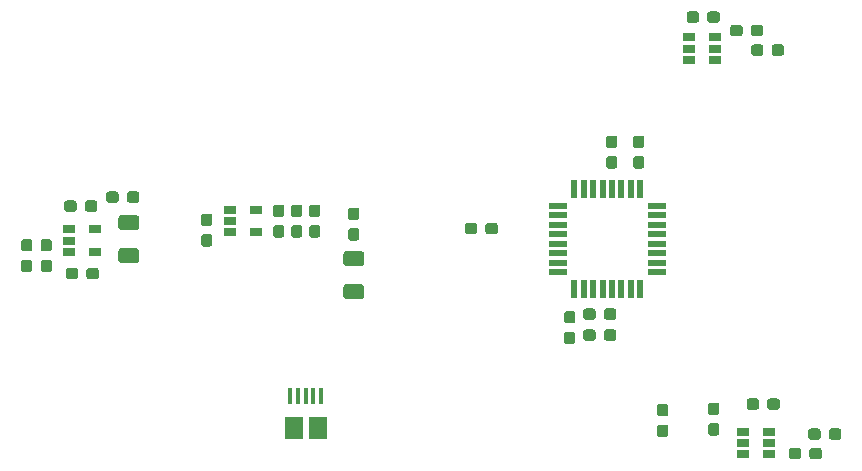
<source format=gbr>
G04 #@! TF.GenerationSoftware,KiCad,Pcbnew,(5.1.5)-3*
G04 #@! TF.CreationDate,2020-08-03T18:05:54+02:00*
G04 #@! TF.ProjectId,MK7 Gripper,4d4b3720-4772-4697-9070-65722e6b6963,rev?*
G04 #@! TF.SameCoordinates,Original*
G04 #@! TF.FileFunction,Paste,Top*
G04 #@! TF.FilePolarity,Positive*
%FSLAX46Y46*%
G04 Gerber Fmt 4.6, Leading zero omitted, Abs format (unit mm)*
G04 Created by KiCad (PCBNEW (5.1.5)-3) date 2020-08-03 18:05:54*
%MOMM*%
%LPD*%
G04 APERTURE LIST*
%ADD10C,0.100000*%
%ADD11R,1.060000X0.650000*%
%ADD12R,1.500000X1.900000*%
%ADD13R,0.400000X1.350000*%
%ADD14R,1.500000X0.550000*%
%ADD15R,0.550000X1.500000*%
G04 APERTURE END LIST*
D10*
G36*
X149231779Y-124684144D02*
G01*
X149254834Y-124687563D01*
X149277443Y-124693227D01*
X149299387Y-124701079D01*
X149320457Y-124711044D01*
X149340448Y-124723026D01*
X149359168Y-124736910D01*
X149376438Y-124752562D01*
X149392090Y-124769832D01*
X149405974Y-124788552D01*
X149417956Y-124808543D01*
X149427921Y-124829613D01*
X149435773Y-124851557D01*
X149441437Y-124874166D01*
X149444856Y-124897221D01*
X149446000Y-124920500D01*
X149446000Y-125495500D01*
X149444856Y-125518779D01*
X149441437Y-125541834D01*
X149435773Y-125564443D01*
X149427921Y-125586387D01*
X149417956Y-125607457D01*
X149405974Y-125627448D01*
X149392090Y-125646168D01*
X149376438Y-125663438D01*
X149359168Y-125679090D01*
X149340448Y-125692974D01*
X149320457Y-125704956D01*
X149299387Y-125714921D01*
X149277443Y-125722773D01*
X149254834Y-125728437D01*
X149231779Y-125731856D01*
X149208500Y-125733000D01*
X148733500Y-125733000D01*
X148710221Y-125731856D01*
X148687166Y-125728437D01*
X148664557Y-125722773D01*
X148642613Y-125714921D01*
X148621543Y-125704956D01*
X148601552Y-125692974D01*
X148582832Y-125679090D01*
X148565562Y-125663438D01*
X148549910Y-125646168D01*
X148536026Y-125627448D01*
X148524044Y-125607457D01*
X148514079Y-125586387D01*
X148506227Y-125564443D01*
X148500563Y-125541834D01*
X148497144Y-125518779D01*
X148496000Y-125495500D01*
X148496000Y-124920500D01*
X148497144Y-124897221D01*
X148500563Y-124874166D01*
X148506227Y-124851557D01*
X148514079Y-124829613D01*
X148524044Y-124808543D01*
X148536026Y-124788552D01*
X148549910Y-124769832D01*
X148565562Y-124752562D01*
X148582832Y-124736910D01*
X148601552Y-124723026D01*
X148621543Y-124711044D01*
X148642613Y-124701079D01*
X148664557Y-124693227D01*
X148687166Y-124687563D01*
X148710221Y-124684144D01*
X148733500Y-124683000D01*
X149208500Y-124683000D01*
X149231779Y-124684144D01*
G37*
G36*
X149231779Y-122934144D02*
G01*
X149254834Y-122937563D01*
X149277443Y-122943227D01*
X149299387Y-122951079D01*
X149320457Y-122961044D01*
X149340448Y-122973026D01*
X149359168Y-122986910D01*
X149376438Y-123002562D01*
X149392090Y-123019832D01*
X149405974Y-123038552D01*
X149417956Y-123058543D01*
X149427921Y-123079613D01*
X149435773Y-123101557D01*
X149441437Y-123124166D01*
X149444856Y-123147221D01*
X149446000Y-123170500D01*
X149446000Y-123745500D01*
X149444856Y-123768779D01*
X149441437Y-123791834D01*
X149435773Y-123814443D01*
X149427921Y-123836387D01*
X149417956Y-123857457D01*
X149405974Y-123877448D01*
X149392090Y-123896168D01*
X149376438Y-123913438D01*
X149359168Y-123929090D01*
X149340448Y-123942974D01*
X149320457Y-123954956D01*
X149299387Y-123964921D01*
X149277443Y-123972773D01*
X149254834Y-123978437D01*
X149231779Y-123981856D01*
X149208500Y-123983000D01*
X148733500Y-123983000D01*
X148710221Y-123981856D01*
X148687166Y-123978437D01*
X148664557Y-123972773D01*
X148642613Y-123964921D01*
X148621543Y-123954956D01*
X148601552Y-123942974D01*
X148582832Y-123929090D01*
X148565562Y-123913438D01*
X148549910Y-123896168D01*
X148536026Y-123877448D01*
X148524044Y-123857457D01*
X148514079Y-123836387D01*
X148506227Y-123814443D01*
X148500563Y-123791834D01*
X148497144Y-123768779D01*
X148496000Y-123745500D01*
X148496000Y-123170500D01*
X148497144Y-123147221D01*
X148500563Y-123124166D01*
X148506227Y-123101557D01*
X148514079Y-123079613D01*
X148524044Y-123058543D01*
X148536026Y-123038552D01*
X148549910Y-123019832D01*
X148565562Y-123002562D01*
X148582832Y-122986910D01*
X148601552Y-122973026D01*
X148621543Y-122961044D01*
X148642613Y-122951079D01*
X148664557Y-122943227D01*
X148687166Y-122937563D01*
X148710221Y-122934144D01*
X148733500Y-122933000D01*
X149208500Y-122933000D01*
X149231779Y-122934144D01*
G37*
G36*
X144913779Y-124797144D02*
G01*
X144936834Y-124800563D01*
X144959443Y-124806227D01*
X144981387Y-124814079D01*
X145002457Y-124824044D01*
X145022448Y-124836026D01*
X145041168Y-124849910D01*
X145058438Y-124865562D01*
X145074090Y-124882832D01*
X145087974Y-124901552D01*
X145099956Y-124921543D01*
X145109921Y-124942613D01*
X145117773Y-124964557D01*
X145123437Y-124987166D01*
X145126856Y-125010221D01*
X145128000Y-125033500D01*
X145128000Y-125608500D01*
X145126856Y-125631779D01*
X145123437Y-125654834D01*
X145117773Y-125677443D01*
X145109921Y-125699387D01*
X145099956Y-125720457D01*
X145087974Y-125740448D01*
X145074090Y-125759168D01*
X145058438Y-125776438D01*
X145041168Y-125792090D01*
X145022448Y-125805974D01*
X145002457Y-125817956D01*
X144981387Y-125827921D01*
X144959443Y-125835773D01*
X144936834Y-125841437D01*
X144913779Y-125844856D01*
X144890500Y-125846000D01*
X144415500Y-125846000D01*
X144392221Y-125844856D01*
X144369166Y-125841437D01*
X144346557Y-125835773D01*
X144324613Y-125827921D01*
X144303543Y-125817956D01*
X144283552Y-125805974D01*
X144264832Y-125792090D01*
X144247562Y-125776438D01*
X144231910Y-125759168D01*
X144218026Y-125740448D01*
X144206044Y-125720457D01*
X144196079Y-125699387D01*
X144188227Y-125677443D01*
X144182563Y-125654834D01*
X144179144Y-125631779D01*
X144178000Y-125608500D01*
X144178000Y-125033500D01*
X144179144Y-125010221D01*
X144182563Y-124987166D01*
X144188227Y-124964557D01*
X144196079Y-124942613D01*
X144206044Y-124921543D01*
X144218026Y-124901552D01*
X144231910Y-124882832D01*
X144247562Y-124865562D01*
X144264832Y-124849910D01*
X144283552Y-124836026D01*
X144303543Y-124824044D01*
X144324613Y-124814079D01*
X144346557Y-124806227D01*
X144369166Y-124800563D01*
X144392221Y-124797144D01*
X144415500Y-124796000D01*
X144890500Y-124796000D01*
X144913779Y-124797144D01*
G37*
G36*
X144913779Y-123047144D02*
G01*
X144936834Y-123050563D01*
X144959443Y-123056227D01*
X144981387Y-123064079D01*
X145002457Y-123074044D01*
X145022448Y-123086026D01*
X145041168Y-123099910D01*
X145058438Y-123115562D01*
X145074090Y-123132832D01*
X145087974Y-123151552D01*
X145099956Y-123171543D01*
X145109921Y-123192613D01*
X145117773Y-123214557D01*
X145123437Y-123237166D01*
X145126856Y-123260221D01*
X145128000Y-123283500D01*
X145128000Y-123858500D01*
X145126856Y-123881779D01*
X145123437Y-123904834D01*
X145117773Y-123927443D01*
X145109921Y-123949387D01*
X145099956Y-123970457D01*
X145087974Y-123990448D01*
X145074090Y-124009168D01*
X145058438Y-124026438D01*
X145041168Y-124042090D01*
X145022448Y-124055974D01*
X145002457Y-124067956D01*
X144981387Y-124077921D01*
X144959443Y-124085773D01*
X144936834Y-124091437D01*
X144913779Y-124094856D01*
X144890500Y-124096000D01*
X144415500Y-124096000D01*
X144392221Y-124094856D01*
X144369166Y-124091437D01*
X144346557Y-124085773D01*
X144324613Y-124077921D01*
X144303543Y-124067956D01*
X144283552Y-124055974D01*
X144264832Y-124042090D01*
X144247562Y-124026438D01*
X144231910Y-124009168D01*
X144218026Y-123990448D01*
X144206044Y-123970457D01*
X144196079Y-123949387D01*
X144188227Y-123927443D01*
X144182563Y-123904834D01*
X144179144Y-123881779D01*
X144178000Y-123858500D01*
X144178000Y-123283500D01*
X144179144Y-123260221D01*
X144182563Y-123237166D01*
X144188227Y-123214557D01*
X144196079Y-123192613D01*
X144206044Y-123171543D01*
X144218026Y-123151552D01*
X144231910Y-123132832D01*
X144247562Y-123115562D01*
X144264832Y-123099910D01*
X144283552Y-123086026D01*
X144303543Y-123074044D01*
X144324613Y-123064079D01*
X144346557Y-123056227D01*
X144369166Y-123050563D01*
X144392221Y-123047144D01*
X144415500Y-123046000D01*
X144890500Y-123046000D01*
X144913779Y-123047144D01*
G37*
G36*
X152597779Y-122589144D02*
G01*
X152620834Y-122592563D01*
X152643443Y-122598227D01*
X152665387Y-122606079D01*
X152686457Y-122616044D01*
X152706448Y-122628026D01*
X152725168Y-122641910D01*
X152742438Y-122657562D01*
X152758090Y-122674832D01*
X152771974Y-122693552D01*
X152783956Y-122713543D01*
X152793921Y-122734613D01*
X152801773Y-122756557D01*
X152807437Y-122779166D01*
X152810856Y-122802221D01*
X152812000Y-122825500D01*
X152812000Y-123300500D01*
X152810856Y-123323779D01*
X152807437Y-123346834D01*
X152801773Y-123369443D01*
X152793921Y-123391387D01*
X152783956Y-123412457D01*
X152771974Y-123432448D01*
X152758090Y-123451168D01*
X152742438Y-123468438D01*
X152725168Y-123484090D01*
X152706448Y-123497974D01*
X152686457Y-123509956D01*
X152665387Y-123519921D01*
X152643443Y-123527773D01*
X152620834Y-123533437D01*
X152597779Y-123536856D01*
X152574500Y-123538000D01*
X151999500Y-123538000D01*
X151976221Y-123536856D01*
X151953166Y-123533437D01*
X151930557Y-123527773D01*
X151908613Y-123519921D01*
X151887543Y-123509956D01*
X151867552Y-123497974D01*
X151848832Y-123484090D01*
X151831562Y-123468438D01*
X151815910Y-123451168D01*
X151802026Y-123432448D01*
X151790044Y-123412457D01*
X151780079Y-123391387D01*
X151772227Y-123369443D01*
X151766563Y-123346834D01*
X151763144Y-123323779D01*
X151762000Y-123300500D01*
X151762000Y-122825500D01*
X151763144Y-122802221D01*
X151766563Y-122779166D01*
X151772227Y-122756557D01*
X151780079Y-122734613D01*
X151790044Y-122713543D01*
X151802026Y-122693552D01*
X151815910Y-122674832D01*
X151831562Y-122657562D01*
X151848832Y-122641910D01*
X151867552Y-122628026D01*
X151887543Y-122616044D01*
X151908613Y-122606079D01*
X151930557Y-122598227D01*
X151953166Y-122592563D01*
X151976221Y-122589144D01*
X151999500Y-122588000D01*
X152574500Y-122588000D01*
X152597779Y-122589144D01*
G37*
G36*
X154347779Y-122589144D02*
G01*
X154370834Y-122592563D01*
X154393443Y-122598227D01*
X154415387Y-122606079D01*
X154436457Y-122616044D01*
X154456448Y-122628026D01*
X154475168Y-122641910D01*
X154492438Y-122657562D01*
X154508090Y-122674832D01*
X154521974Y-122693552D01*
X154533956Y-122713543D01*
X154543921Y-122734613D01*
X154551773Y-122756557D01*
X154557437Y-122779166D01*
X154560856Y-122802221D01*
X154562000Y-122825500D01*
X154562000Y-123300500D01*
X154560856Y-123323779D01*
X154557437Y-123346834D01*
X154551773Y-123369443D01*
X154543921Y-123391387D01*
X154533956Y-123412457D01*
X154521974Y-123432448D01*
X154508090Y-123451168D01*
X154492438Y-123468438D01*
X154475168Y-123484090D01*
X154456448Y-123497974D01*
X154436457Y-123509956D01*
X154415387Y-123519921D01*
X154393443Y-123527773D01*
X154370834Y-123533437D01*
X154347779Y-123536856D01*
X154324500Y-123538000D01*
X153749500Y-123538000D01*
X153726221Y-123536856D01*
X153703166Y-123533437D01*
X153680557Y-123527773D01*
X153658613Y-123519921D01*
X153637543Y-123509956D01*
X153617552Y-123497974D01*
X153598832Y-123484090D01*
X153581562Y-123468438D01*
X153565910Y-123451168D01*
X153552026Y-123432448D01*
X153540044Y-123412457D01*
X153530079Y-123391387D01*
X153522227Y-123369443D01*
X153516563Y-123346834D01*
X153513144Y-123323779D01*
X153512000Y-123300500D01*
X153512000Y-122825500D01*
X153513144Y-122802221D01*
X153516563Y-122779166D01*
X153522227Y-122756557D01*
X153530079Y-122734613D01*
X153540044Y-122713543D01*
X153552026Y-122693552D01*
X153565910Y-122674832D01*
X153581562Y-122657562D01*
X153598832Y-122641910D01*
X153617552Y-122628026D01*
X153637543Y-122616044D01*
X153658613Y-122606079D01*
X153680557Y-122598227D01*
X153703166Y-122592563D01*
X153726221Y-122589144D01*
X153749500Y-122588000D01*
X154324500Y-122588000D01*
X154347779Y-122589144D01*
G37*
G36*
X147517779Y-89823144D02*
G01*
X147540834Y-89826563D01*
X147563443Y-89832227D01*
X147585387Y-89840079D01*
X147606457Y-89850044D01*
X147626448Y-89862026D01*
X147645168Y-89875910D01*
X147662438Y-89891562D01*
X147678090Y-89908832D01*
X147691974Y-89927552D01*
X147703956Y-89947543D01*
X147713921Y-89968613D01*
X147721773Y-89990557D01*
X147727437Y-90013166D01*
X147730856Y-90036221D01*
X147732000Y-90059500D01*
X147732000Y-90534500D01*
X147730856Y-90557779D01*
X147727437Y-90580834D01*
X147721773Y-90603443D01*
X147713921Y-90625387D01*
X147703956Y-90646457D01*
X147691974Y-90666448D01*
X147678090Y-90685168D01*
X147662438Y-90702438D01*
X147645168Y-90718090D01*
X147626448Y-90731974D01*
X147606457Y-90743956D01*
X147585387Y-90753921D01*
X147563443Y-90761773D01*
X147540834Y-90767437D01*
X147517779Y-90770856D01*
X147494500Y-90772000D01*
X146919500Y-90772000D01*
X146896221Y-90770856D01*
X146873166Y-90767437D01*
X146850557Y-90761773D01*
X146828613Y-90753921D01*
X146807543Y-90743956D01*
X146787552Y-90731974D01*
X146768832Y-90718090D01*
X146751562Y-90702438D01*
X146735910Y-90685168D01*
X146722026Y-90666448D01*
X146710044Y-90646457D01*
X146700079Y-90625387D01*
X146692227Y-90603443D01*
X146686563Y-90580834D01*
X146683144Y-90557779D01*
X146682000Y-90534500D01*
X146682000Y-90059500D01*
X146683144Y-90036221D01*
X146686563Y-90013166D01*
X146692227Y-89990557D01*
X146700079Y-89968613D01*
X146710044Y-89947543D01*
X146722026Y-89927552D01*
X146735910Y-89908832D01*
X146751562Y-89891562D01*
X146768832Y-89875910D01*
X146787552Y-89862026D01*
X146807543Y-89850044D01*
X146828613Y-89840079D01*
X146850557Y-89832227D01*
X146873166Y-89826563D01*
X146896221Y-89823144D01*
X146919500Y-89822000D01*
X147494500Y-89822000D01*
X147517779Y-89823144D01*
G37*
G36*
X149267779Y-89823144D02*
G01*
X149290834Y-89826563D01*
X149313443Y-89832227D01*
X149335387Y-89840079D01*
X149356457Y-89850044D01*
X149376448Y-89862026D01*
X149395168Y-89875910D01*
X149412438Y-89891562D01*
X149428090Y-89908832D01*
X149441974Y-89927552D01*
X149453956Y-89947543D01*
X149463921Y-89968613D01*
X149471773Y-89990557D01*
X149477437Y-90013166D01*
X149480856Y-90036221D01*
X149482000Y-90059500D01*
X149482000Y-90534500D01*
X149480856Y-90557779D01*
X149477437Y-90580834D01*
X149471773Y-90603443D01*
X149463921Y-90625387D01*
X149453956Y-90646457D01*
X149441974Y-90666448D01*
X149428090Y-90685168D01*
X149412438Y-90702438D01*
X149395168Y-90718090D01*
X149376448Y-90731974D01*
X149356457Y-90743956D01*
X149335387Y-90753921D01*
X149313443Y-90761773D01*
X149290834Y-90767437D01*
X149267779Y-90770856D01*
X149244500Y-90772000D01*
X148669500Y-90772000D01*
X148646221Y-90770856D01*
X148623166Y-90767437D01*
X148600557Y-90761773D01*
X148578613Y-90753921D01*
X148557543Y-90743956D01*
X148537552Y-90731974D01*
X148518832Y-90718090D01*
X148501562Y-90702438D01*
X148485910Y-90685168D01*
X148472026Y-90666448D01*
X148460044Y-90646457D01*
X148450079Y-90625387D01*
X148442227Y-90603443D01*
X148436563Y-90580834D01*
X148433144Y-90557779D01*
X148432000Y-90534500D01*
X148432000Y-90059500D01*
X148433144Y-90036221D01*
X148436563Y-90013166D01*
X148442227Y-89990557D01*
X148450079Y-89968613D01*
X148460044Y-89947543D01*
X148472026Y-89927552D01*
X148485910Y-89908832D01*
X148501562Y-89891562D01*
X148518832Y-89875910D01*
X148537552Y-89862026D01*
X148557543Y-89850044D01*
X148578613Y-89840079D01*
X148600557Y-89832227D01*
X148623166Y-89826563D01*
X148646221Y-89823144D01*
X148669500Y-89822000D01*
X149244500Y-89822000D01*
X149267779Y-89823144D01*
G37*
D11*
X153627000Y-126365000D03*
X153627000Y-125415000D03*
X153627000Y-127315000D03*
X151427000Y-127315000D03*
X151427000Y-126365000D03*
X151427000Y-125415000D03*
X149055000Y-92964000D03*
X149055000Y-92014000D03*
X149055000Y-93914000D03*
X146855000Y-93914000D03*
X146855000Y-92964000D03*
X146855000Y-92014000D03*
D10*
G36*
X159554779Y-125129144D02*
G01*
X159577834Y-125132563D01*
X159600443Y-125138227D01*
X159622387Y-125146079D01*
X159643457Y-125156044D01*
X159663448Y-125168026D01*
X159682168Y-125181910D01*
X159699438Y-125197562D01*
X159715090Y-125214832D01*
X159728974Y-125233552D01*
X159740956Y-125253543D01*
X159750921Y-125274613D01*
X159758773Y-125296557D01*
X159764437Y-125319166D01*
X159767856Y-125342221D01*
X159769000Y-125365500D01*
X159769000Y-125840500D01*
X159767856Y-125863779D01*
X159764437Y-125886834D01*
X159758773Y-125909443D01*
X159750921Y-125931387D01*
X159740956Y-125952457D01*
X159728974Y-125972448D01*
X159715090Y-125991168D01*
X159699438Y-126008438D01*
X159682168Y-126024090D01*
X159663448Y-126037974D01*
X159643457Y-126049956D01*
X159622387Y-126059921D01*
X159600443Y-126067773D01*
X159577834Y-126073437D01*
X159554779Y-126076856D01*
X159531500Y-126078000D01*
X158956500Y-126078000D01*
X158933221Y-126076856D01*
X158910166Y-126073437D01*
X158887557Y-126067773D01*
X158865613Y-126059921D01*
X158844543Y-126049956D01*
X158824552Y-126037974D01*
X158805832Y-126024090D01*
X158788562Y-126008438D01*
X158772910Y-125991168D01*
X158759026Y-125972448D01*
X158747044Y-125952457D01*
X158737079Y-125931387D01*
X158729227Y-125909443D01*
X158723563Y-125886834D01*
X158720144Y-125863779D01*
X158719000Y-125840500D01*
X158719000Y-125365500D01*
X158720144Y-125342221D01*
X158723563Y-125319166D01*
X158729227Y-125296557D01*
X158737079Y-125274613D01*
X158747044Y-125253543D01*
X158759026Y-125233552D01*
X158772910Y-125214832D01*
X158788562Y-125197562D01*
X158805832Y-125181910D01*
X158824552Y-125168026D01*
X158844543Y-125156044D01*
X158865613Y-125146079D01*
X158887557Y-125138227D01*
X158910166Y-125132563D01*
X158933221Y-125129144D01*
X158956500Y-125128000D01*
X159531500Y-125128000D01*
X159554779Y-125129144D01*
G37*
G36*
X157804779Y-125129144D02*
G01*
X157827834Y-125132563D01*
X157850443Y-125138227D01*
X157872387Y-125146079D01*
X157893457Y-125156044D01*
X157913448Y-125168026D01*
X157932168Y-125181910D01*
X157949438Y-125197562D01*
X157965090Y-125214832D01*
X157978974Y-125233552D01*
X157990956Y-125253543D01*
X158000921Y-125274613D01*
X158008773Y-125296557D01*
X158014437Y-125319166D01*
X158017856Y-125342221D01*
X158019000Y-125365500D01*
X158019000Y-125840500D01*
X158017856Y-125863779D01*
X158014437Y-125886834D01*
X158008773Y-125909443D01*
X158000921Y-125931387D01*
X157990956Y-125952457D01*
X157978974Y-125972448D01*
X157965090Y-125991168D01*
X157949438Y-126008438D01*
X157932168Y-126024090D01*
X157913448Y-126037974D01*
X157893457Y-126049956D01*
X157872387Y-126059921D01*
X157850443Y-126067773D01*
X157827834Y-126073437D01*
X157804779Y-126076856D01*
X157781500Y-126078000D01*
X157206500Y-126078000D01*
X157183221Y-126076856D01*
X157160166Y-126073437D01*
X157137557Y-126067773D01*
X157115613Y-126059921D01*
X157094543Y-126049956D01*
X157074552Y-126037974D01*
X157055832Y-126024090D01*
X157038562Y-126008438D01*
X157022910Y-125991168D01*
X157009026Y-125972448D01*
X156997044Y-125952457D01*
X156987079Y-125931387D01*
X156979227Y-125909443D01*
X156973563Y-125886834D01*
X156970144Y-125863779D01*
X156969000Y-125840500D01*
X156969000Y-125365500D01*
X156970144Y-125342221D01*
X156973563Y-125319166D01*
X156979227Y-125296557D01*
X156987079Y-125274613D01*
X156997044Y-125253543D01*
X157009026Y-125233552D01*
X157022910Y-125214832D01*
X157038562Y-125197562D01*
X157055832Y-125181910D01*
X157074552Y-125168026D01*
X157094543Y-125156044D01*
X157115613Y-125146079D01*
X157137557Y-125138227D01*
X157160166Y-125132563D01*
X157183221Y-125129144D01*
X157206500Y-125128000D01*
X157781500Y-125128000D01*
X157804779Y-125129144D01*
G37*
G36*
X154714779Y-92617144D02*
G01*
X154737834Y-92620563D01*
X154760443Y-92626227D01*
X154782387Y-92634079D01*
X154803457Y-92644044D01*
X154823448Y-92656026D01*
X154842168Y-92669910D01*
X154859438Y-92685562D01*
X154875090Y-92702832D01*
X154888974Y-92721552D01*
X154900956Y-92741543D01*
X154910921Y-92762613D01*
X154918773Y-92784557D01*
X154924437Y-92807166D01*
X154927856Y-92830221D01*
X154929000Y-92853500D01*
X154929000Y-93328500D01*
X154927856Y-93351779D01*
X154924437Y-93374834D01*
X154918773Y-93397443D01*
X154910921Y-93419387D01*
X154900956Y-93440457D01*
X154888974Y-93460448D01*
X154875090Y-93479168D01*
X154859438Y-93496438D01*
X154842168Y-93512090D01*
X154823448Y-93525974D01*
X154803457Y-93537956D01*
X154782387Y-93547921D01*
X154760443Y-93555773D01*
X154737834Y-93561437D01*
X154714779Y-93564856D01*
X154691500Y-93566000D01*
X154116500Y-93566000D01*
X154093221Y-93564856D01*
X154070166Y-93561437D01*
X154047557Y-93555773D01*
X154025613Y-93547921D01*
X154004543Y-93537956D01*
X153984552Y-93525974D01*
X153965832Y-93512090D01*
X153948562Y-93496438D01*
X153932910Y-93479168D01*
X153919026Y-93460448D01*
X153907044Y-93440457D01*
X153897079Y-93419387D01*
X153889227Y-93397443D01*
X153883563Y-93374834D01*
X153880144Y-93351779D01*
X153879000Y-93328500D01*
X153879000Y-92853500D01*
X153880144Y-92830221D01*
X153883563Y-92807166D01*
X153889227Y-92784557D01*
X153897079Y-92762613D01*
X153907044Y-92741543D01*
X153919026Y-92721552D01*
X153932910Y-92702832D01*
X153948562Y-92685562D01*
X153965832Y-92669910D01*
X153984552Y-92656026D01*
X154004543Y-92644044D01*
X154025613Y-92634079D01*
X154047557Y-92626227D01*
X154070166Y-92620563D01*
X154093221Y-92617144D01*
X154116500Y-92616000D01*
X154691500Y-92616000D01*
X154714779Y-92617144D01*
G37*
G36*
X152964779Y-92617144D02*
G01*
X152987834Y-92620563D01*
X153010443Y-92626227D01*
X153032387Y-92634079D01*
X153053457Y-92644044D01*
X153073448Y-92656026D01*
X153092168Y-92669910D01*
X153109438Y-92685562D01*
X153125090Y-92702832D01*
X153138974Y-92721552D01*
X153150956Y-92741543D01*
X153160921Y-92762613D01*
X153168773Y-92784557D01*
X153174437Y-92807166D01*
X153177856Y-92830221D01*
X153179000Y-92853500D01*
X153179000Y-93328500D01*
X153177856Y-93351779D01*
X153174437Y-93374834D01*
X153168773Y-93397443D01*
X153160921Y-93419387D01*
X153150956Y-93440457D01*
X153138974Y-93460448D01*
X153125090Y-93479168D01*
X153109438Y-93496438D01*
X153092168Y-93512090D01*
X153073448Y-93525974D01*
X153053457Y-93537956D01*
X153032387Y-93547921D01*
X153010443Y-93555773D01*
X152987834Y-93561437D01*
X152964779Y-93564856D01*
X152941500Y-93566000D01*
X152366500Y-93566000D01*
X152343221Y-93564856D01*
X152320166Y-93561437D01*
X152297557Y-93555773D01*
X152275613Y-93547921D01*
X152254543Y-93537956D01*
X152234552Y-93525974D01*
X152215832Y-93512090D01*
X152198562Y-93496438D01*
X152182910Y-93479168D01*
X152169026Y-93460448D01*
X152157044Y-93440457D01*
X152147079Y-93419387D01*
X152139227Y-93397443D01*
X152133563Y-93374834D01*
X152130144Y-93351779D01*
X152129000Y-93328500D01*
X152129000Y-92853500D01*
X152130144Y-92830221D01*
X152133563Y-92807166D01*
X152139227Y-92784557D01*
X152147079Y-92762613D01*
X152157044Y-92741543D01*
X152169026Y-92721552D01*
X152182910Y-92702832D01*
X152198562Y-92685562D01*
X152215832Y-92669910D01*
X152234552Y-92656026D01*
X152254543Y-92644044D01*
X152275613Y-92634079D01*
X152297557Y-92626227D01*
X152320166Y-92620563D01*
X152343221Y-92617144D01*
X152366500Y-92616000D01*
X152941500Y-92616000D01*
X152964779Y-92617144D01*
G37*
G36*
X156153779Y-126780144D02*
G01*
X156176834Y-126783563D01*
X156199443Y-126789227D01*
X156221387Y-126797079D01*
X156242457Y-126807044D01*
X156262448Y-126819026D01*
X156281168Y-126832910D01*
X156298438Y-126848562D01*
X156314090Y-126865832D01*
X156327974Y-126884552D01*
X156339956Y-126904543D01*
X156349921Y-126925613D01*
X156357773Y-126947557D01*
X156363437Y-126970166D01*
X156366856Y-126993221D01*
X156368000Y-127016500D01*
X156368000Y-127491500D01*
X156366856Y-127514779D01*
X156363437Y-127537834D01*
X156357773Y-127560443D01*
X156349921Y-127582387D01*
X156339956Y-127603457D01*
X156327974Y-127623448D01*
X156314090Y-127642168D01*
X156298438Y-127659438D01*
X156281168Y-127675090D01*
X156262448Y-127688974D01*
X156242457Y-127700956D01*
X156221387Y-127710921D01*
X156199443Y-127718773D01*
X156176834Y-127724437D01*
X156153779Y-127727856D01*
X156130500Y-127729000D01*
X155555500Y-127729000D01*
X155532221Y-127727856D01*
X155509166Y-127724437D01*
X155486557Y-127718773D01*
X155464613Y-127710921D01*
X155443543Y-127700956D01*
X155423552Y-127688974D01*
X155404832Y-127675090D01*
X155387562Y-127659438D01*
X155371910Y-127642168D01*
X155358026Y-127623448D01*
X155346044Y-127603457D01*
X155336079Y-127582387D01*
X155328227Y-127560443D01*
X155322563Y-127537834D01*
X155319144Y-127514779D01*
X155318000Y-127491500D01*
X155318000Y-127016500D01*
X155319144Y-126993221D01*
X155322563Y-126970166D01*
X155328227Y-126947557D01*
X155336079Y-126925613D01*
X155346044Y-126904543D01*
X155358026Y-126884552D01*
X155371910Y-126865832D01*
X155387562Y-126848562D01*
X155404832Y-126832910D01*
X155423552Y-126819026D01*
X155443543Y-126807044D01*
X155464613Y-126797079D01*
X155486557Y-126789227D01*
X155509166Y-126783563D01*
X155532221Y-126780144D01*
X155555500Y-126779000D01*
X156130500Y-126779000D01*
X156153779Y-126780144D01*
G37*
G36*
X157903779Y-126780144D02*
G01*
X157926834Y-126783563D01*
X157949443Y-126789227D01*
X157971387Y-126797079D01*
X157992457Y-126807044D01*
X158012448Y-126819026D01*
X158031168Y-126832910D01*
X158048438Y-126848562D01*
X158064090Y-126865832D01*
X158077974Y-126884552D01*
X158089956Y-126904543D01*
X158099921Y-126925613D01*
X158107773Y-126947557D01*
X158113437Y-126970166D01*
X158116856Y-126993221D01*
X158118000Y-127016500D01*
X158118000Y-127491500D01*
X158116856Y-127514779D01*
X158113437Y-127537834D01*
X158107773Y-127560443D01*
X158099921Y-127582387D01*
X158089956Y-127603457D01*
X158077974Y-127623448D01*
X158064090Y-127642168D01*
X158048438Y-127659438D01*
X158031168Y-127675090D01*
X158012448Y-127688974D01*
X157992457Y-127700956D01*
X157971387Y-127710921D01*
X157949443Y-127718773D01*
X157926834Y-127724437D01*
X157903779Y-127727856D01*
X157880500Y-127729000D01*
X157305500Y-127729000D01*
X157282221Y-127727856D01*
X157259166Y-127724437D01*
X157236557Y-127718773D01*
X157214613Y-127710921D01*
X157193543Y-127700956D01*
X157173552Y-127688974D01*
X157154832Y-127675090D01*
X157137562Y-127659438D01*
X157121910Y-127642168D01*
X157108026Y-127623448D01*
X157096044Y-127603457D01*
X157086079Y-127582387D01*
X157078227Y-127560443D01*
X157072563Y-127537834D01*
X157069144Y-127514779D01*
X157068000Y-127491500D01*
X157068000Y-127016500D01*
X157069144Y-126993221D01*
X157072563Y-126970166D01*
X157078227Y-126947557D01*
X157086079Y-126925613D01*
X157096044Y-126904543D01*
X157108026Y-126884552D01*
X157121910Y-126865832D01*
X157137562Y-126848562D01*
X157154832Y-126832910D01*
X157173552Y-126819026D01*
X157193543Y-126807044D01*
X157214613Y-126797079D01*
X157236557Y-126789227D01*
X157259166Y-126783563D01*
X157282221Y-126780144D01*
X157305500Y-126779000D01*
X157880500Y-126779000D01*
X157903779Y-126780144D01*
G37*
G36*
X151200779Y-90966144D02*
G01*
X151223834Y-90969563D01*
X151246443Y-90975227D01*
X151268387Y-90983079D01*
X151289457Y-90993044D01*
X151309448Y-91005026D01*
X151328168Y-91018910D01*
X151345438Y-91034562D01*
X151361090Y-91051832D01*
X151374974Y-91070552D01*
X151386956Y-91090543D01*
X151396921Y-91111613D01*
X151404773Y-91133557D01*
X151410437Y-91156166D01*
X151413856Y-91179221D01*
X151415000Y-91202500D01*
X151415000Y-91677500D01*
X151413856Y-91700779D01*
X151410437Y-91723834D01*
X151404773Y-91746443D01*
X151396921Y-91768387D01*
X151386956Y-91789457D01*
X151374974Y-91809448D01*
X151361090Y-91828168D01*
X151345438Y-91845438D01*
X151328168Y-91861090D01*
X151309448Y-91874974D01*
X151289457Y-91886956D01*
X151268387Y-91896921D01*
X151246443Y-91904773D01*
X151223834Y-91910437D01*
X151200779Y-91913856D01*
X151177500Y-91915000D01*
X150602500Y-91915000D01*
X150579221Y-91913856D01*
X150556166Y-91910437D01*
X150533557Y-91904773D01*
X150511613Y-91896921D01*
X150490543Y-91886956D01*
X150470552Y-91874974D01*
X150451832Y-91861090D01*
X150434562Y-91845438D01*
X150418910Y-91828168D01*
X150405026Y-91809448D01*
X150393044Y-91789457D01*
X150383079Y-91768387D01*
X150375227Y-91746443D01*
X150369563Y-91723834D01*
X150366144Y-91700779D01*
X150365000Y-91677500D01*
X150365000Y-91202500D01*
X150366144Y-91179221D01*
X150369563Y-91156166D01*
X150375227Y-91133557D01*
X150383079Y-91111613D01*
X150393044Y-91090543D01*
X150405026Y-91070552D01*
X150418910Y-91051832D01*
X150434562Y-91034562D01*
X150451832Y-91018910D01*
X150470552Y-91005026D01*
X150490543Y-90993044D01*
X150511613Y-90983079D01*
X150533557Y-90975227D01*
X150556166Y-90969563D01*
X150579221Y-90966144D01*
X150602500Y-90965000D01*
X151177500Y-90965000D01*
X151200779Y-90966144D01*
G37*
G36*
X152950779Y-90966144D02*
G01*
X152973834Y-90969563D01*
X152996443Y-90975227D01*
X153018387Y-90983079D01*
X153039457Y-90993044D01*
X153059448Y-91005026D01*
X153078168Y-91018910D01*
X153095438Y-91034562D01*
X153111090Y-91051832D01*
X153124974Y-91070552D01*
X153136956Y-91090543D01*
X153146921Y-91111613D01*
X153154773Y-91133557D01*
X153160437Y-91156166D01*
X153163856Y-91179221D01*
X153165000Y-91202500D01*
X153165000Y-91677500D01*
X153163856Y-91700779D01*
X153160437Y-91723834D01*
X153154773Y-91746443D01*
X153146921Y-91768387D01*
X153136956Y-91789457D01*
X153124974Y-91809448D01*
X153111090Y-91828168D01*
X153095438Y-91845438D01*
X153078168Y-91861090D01*
X153059448Y-91874974D01*
X153039457Y-91886956D01*
X153018387Y-91896921D01*
X152996443Y-91904773D01*
X152973834Y-91910437D01*
X152950779Y-91913856D01*
X152927500Y-91915000D01*
X152352500Y-91915000D01*
X152329221Y-91913856D01*
X152306166Y-91910437D01*
X152283557Y-91904773D01*
X152261613Y-91896921D01*
X152240543Y-91886956D01*
X152220552Y-91874974D01*
X152201832Y-91861090D01*
X152184562Y-91845438D01*
X152168910Y-91828168D01*
X152155026Y-91809448D01*
X152143044Y-91789457D01*
X152133079Y-91768387D01*
X152125227Y-91746443D01*
X152119563Y-91723834D01*
X152116144Y-91700779D01*
X152115000Y-91677500D01*
X152115000Y-91202500D01*
X152116144Y-91179221D01*
X152119563Y-91156166D01*
X152125227Y-91133557D01*
X152133079Y-91111613D01*
X152143044Y-91090543D01*
X152155026Y-91070552D01*
X152168910Y-91051832D01*
X152184562Y-91034562D01*
X152201832Y-91018910D01*
X152220552Y-91005026D01*
X152240543Y-90993044D01*
X152261613Y-90983079D01*
X152283557Y-90975227D01*
X152306166Y-90969563D01*
X152329221Y-90966144D01*
X152352500Y-90965000D01*
X152927500Y-90965000D01*
X152950779Y-90966144D01*
G37*
G36*
X137039779Y-116937144D02*
G01*
X137062834Y-116940563D01*
X137085443Y-116946227D01*
X137107387Y-116954079D01*
X137128457Y-116964044D01*
X137148448Y-116976026D01*
X137167168Y-116989910D01*
X137184438Y-117005562D01*
X137200090Y-117022832D01*
X137213974Y-117041552D01*
X137225956Y-117061543D01*
X137235921Y-117082613D01*
X137243773Y-117104557D01*
X137249437Y-117127166D01*
X137252856Y-117150221D01*
X137254000Y-117173500D01*
X137254000Y-117748500D01*
X137252856Y-117771779D01*
X137249437Y-117794834D01*
X137243773Y-117817443D01*
X137235921Y-117839387D01*
X137225956Y-117860457D01*
X137213974Y-117880448D01*
X137200090Y-117899168D01*
X137184438Y-117916438D01*
X137167168Y-117932090D01*
X137148448Y-117945974D01*
X137128457Y-117957956D01*
X137107387Y-117967921D01*
X137085443Y-117975773D01*
X137062834Y-117981437D01*
X137039779Y-117984856D01*
X137016500Y-117986000D01*
X136541500Y-117986000D01*
X136518221Y-117984856D01*
X136495166Y-117981437D01*
X136472557Y-117975773D01*
X136450613Y-117967921D01*
X136429543Y-117957956D01*
X136409552Y-117945974D01*
X136390832Y-117932090D01*
X136373562Y-117916438D01*
X136357910Y-117899168D01*
X136344026Y-117880448D01*
X136332044Y-117860457D01*
X136322079Y-117839387D01*
X136314227Y-117817443D01*
X136308563Y-117794834D01*
X136305144Y-117771779D01*
X136304000Y-117748500D01*
X136304000Y-117173500D01*
X136305144Y-117150221D01*
X136308563Y-117127166D01*
X136314227Y-117104557D01*
X136322079Y-117082613D01*
X136332044Y-117061543D01*
X136344026Y-117041552D01*
X136357910Y-117022832D01*
X136373562Y-117005562D01*
X136390832Y-116989910D01*
X136409552Y-116976026D01*
X136429543Y-116964044D01*
X136450613Y-116954079D01*
X136472557Y-116946227D01*
X136495166Y-116940563D01*
X136518221Y-116937144D01*
X136541500Y-116936000D01*
X137016500Y-116936000D01*
X137039779Y-116937144D01*
G37*
G36*
X137039779Y-115187144D02*
G01*
X137062834Y-115190563D01*
X137085443Y-115196227D01*
X137107387Y-115204079D01*
X137128457Y-115214044D01*
X137148448Y-115226026D01*
X137167168Y-115239910D01*
X137184438Y-115255562D01*
X137200090Y-115272832D01*
X137213974Y-115291552D01*
X137225956Y-115311543D01*
X137235921Y-115332613D01*
X137243773Y-115354557D01*
X137249437Y-115377166D01*
X137252856Y-115400221D01*
X137254000Y-115423500D01*
X137254000Y-115998500D01*
X137252856Y-116021779D01*
X137249437Y-116044834D01*
X137243773Y-116067443D01*
X137235921Y-116089387D01*
X137225956Y-116110457D01*
X137213974Y-116130448D01*
X137200090Y-116149168D01*
X137184438Y-116166438D01*
X137167168Y-116182090D01*
X137148448Y-116195974D01*
X137128457Y-116207956D01*
X137107387Y-116217921D01*
X137085443Y-116225773D01*
X137062834Y-116231437D01*
X137039779Y-116234856D01*
X137016500Y-116236000D01*
X136541500Y-116236000D01*
X136518221Y-116234856D01*
X136495166Y-116231437D01*
X136472557Y-116225773D01*
X136450613Y-116217921D01*
X136429543Y-116207956D01*
X136409552Y-116195974D01*
X136390832Y-116182090D01*
X136373562Y-116166438D01*
X136357910Y-116149168D01*
X136344026Y-116130448D01*
X136332044Y-116110457D01*
X136322079Y-116089387D01*
X136314227Y-116067443D01*
X136308563Y-116044834D01*
X136305144Y-116021779D01*
X136304000Y-115998500D01*
X136304000Y-115423500D01*
X136305144Y-115400221D01*
X136308563Y-115377166D01*
X136314227Y-115354557D01*
X136322079Y-115332613D01*
X136332044Y-115311543D01*
X136344026Y-115291552D01*
X136357910Y-115272832D01*
X136373562Y-115255562D01*
X136390832Y-115239910D01*
X136409552Y-115226026D01*
X136429543Y-115214044D01*
X136450613Y-115204079D01*
X136472557Y-115196227D01*
X136495166Y-115190563D01*
X136518221Y-115187144D01*
X136541500Y-115186000D01*
X137016500Y-115186000D01*
X137039779Y-115187144D01*
G37*
G36*
X142881779Y-100328144D02*
G01*
X142904834Y-100331563D01*
X142927443Y-100337227D01*
X142949387Y-100345079D01*
X142970457Y-100355044D01*
X142990448Y-100367026D01*
X143009168Y-100380910D01*
X143026438Y-100396562D01*
X143042090Y-100413832D01*
X143055974Y-100432552D01*
X143067956Y-100452543D01*
X143077921Y-100473613D01*
X143085773Y-100495557D01*
X143091437Y-100518166D01*
X143094856Y-100541221D01*
X143096000Y-100564500D01*
X143096000Y-101139500D01*
X143094856Y-101162779D01*
X143091437Y-101185834D01*
X143085773Y-101208443D01*
X143077921Y-101230387D01*
X143067956Y-101251457D01*
X143055974Y-101271448D01*
X143042090Y-101290168D01*
X143026438Y-101307438D01*
X143009168Y-101323090D01*
X142990448Y-101336974D01*
X142970457Y-101348956D01*
X142949387Y-101358921D01*
X142927443Y-101366773D01*
X142904834Y-101372437D01*
X142881779Y-101375856D01*
X142858500Y-101377000D01*
X142383500Y-101377000D01*
X142360221Y-101375856D01*
X142337166Y-101372437D01*
X142314557Y-101366773D01*
X142292613Y-101358921D01*
X142271543Y-101348956D01*
X142251552Y-101336974D01*
X142232832Y-101323090D01*
X142215562Y-101307438D01*
X142199910Y-101290168D01*
X142186026Y-101271448D01*
X142174044Y-101251457D01*
X142164079Y-101230387D01*
X142156227Y-101208443D01*
X142150563Y-101185834D01*
X142147144Y-101162779D01*
X142146000Y-101139500D01*
X142146000Y-100564500D01*
X142147144Y-100541221D01*
X142150563Y-100518166D01*
X142156227Y-100495557D01*
X142164079Y-100473613D01*
X142174044Y-100452543D01*
X142186026Y-100432552D01*
X142199910Y-100413832D01*
X142215562Y-100396562D01*
X142232832Y-100380910D01*
X142251552Y-100367026D01*
X142271543Y-100355044D01*
X142292613Y-100345079D01*
X142314557Y-100337227D01*
X142337166Y-100331563D01*
X142360221Y-100328144D01*
X142383500Y-100327000D01*
X142858500Y-100327000D01*
X142881779Y-100328144D01*
G37*
G36*
X142881779Y-102078144D02*
G01*
X142904834Y-102081563D01*
X142927443Y-102087227D01*
X142949387Y-102095079D01*
X142970457Y-102105044D01*
X142990448Y-102117026D01*
X143009168Y-102130910D01*
X143026438Y-102146562D01*
X143042090Y-102163832D01*
X143055974Y-102182552D01*
X143067956Y-102202543D01*
X143077921Y-102223613D01*
X143085773Y-102245557D01*
X143091437Y-102268166D01*
X143094856Y-102291221D01*
X143096000Y-102314500D01*
X143096000Y-102889500D01*
X143094856Y-102912779D01*
X143091437Y-102935834D01*
X143085773Y-102958443D01*
X143077921Y-102980387D01*
X143067956Y-103001457D01*
X143055974Y-103021448D01*
X143042090Y-103040168D01*
X143026438Y-103057438D01*
X143009168Y-103073090D01*
X142990448Y-103086974D01*
X142970457Y-103098956D01*
X142949387Y-103108921D01*
X142927443Y-103116773D01*
X142904834Y-103122437D01*
X142881779Y-103125856D01*
X142858500Y-103127000D01*
X142383500Y-103127000D01*
X142360221Y-103125856D01*
X142337166Y-103122437D01*
X142314557Y-103116773D01*
X142292613Y-103108921D01*
X142271543Y-103098956D01*
X142251552Y-103086974D01*
X142232832Y-103073090D01*
X142215562Y-103057438D01*
X142199910Y-103040168D01*
X142186026Y-103021448D01*
X142174044Y-103001457D01*
X142164079Y-102980387D01*
X142156227Y-102958443D01*
X142150563Y-102935834D01*
X142147144Y-102912779D01*
X142146000Y-102889500D01*
X142146000Y-102314500D01*
X142147144Y-102291221D01*
X142150563Y-102268166D01*
X142156227Y-102245557D01*
X142164079Y-102223613D01*
X142174044Y-102202543D01*
X142186026Y-102182552D01*
X142199910Y-102163832D01*
X142215562Y-102146562D01*
X142232832Y-102130910D01*
X142251552Y-102117026D01*
X142271543Y-102105044D01*
X142292613Y-102095079D01*
X142314557Y-102087227D01*
X142337166Y-102081563D01*
X142360221Y-102078144D01*
X142383500Y-102077000D01*
X142858500Y-102077000D01*
X142881779Y-102078144D01*
G37*
G36*
X130471779Y-107730144D02*
G01*
X130494834Y-107733563D01*
X130517443Y-107739227D01*
X130539387Y-107747079D01*
X130560457Y-107757044D01*
X130580448Y-107769026D01*
X130599168Y-107782910D01*
X130616438Y-107798562D01*
X130632090Y-107815832D01*
X130645974Y-107834552D01*
X130657956Y-107854543D01*
X130667921Y-107875613D01*
X130675773Y-107897557D01*
X130681437Y-107920166D01*
X130684856Y-107943221D01*
X130686000Y-107966500D01*
X130686000Y-108441500D01*
X130684856Y-108464779D01*
X130681437Y-108487834D01*
X130675773Y-108510443D01*
X130667921Y-108532387D01*
X130657956Y-108553457D01*
X130645974Y-108573448D01*
X130632090Y-108592168D01*
X130616438Y-108609438D01*
X130599168Y-108625090D01*
X130580448Y-108638974D01*
X130560457Y-108650956D01*
X130539387Y-108660921D01*
X130517443Y-108668773D01*
X130494834Y-108674437D01*
X130471779Y-108677856D01*
X130448500Y-108679000D01*
X129873500Y-108679000D01*
X129850221Y-108677856D01*
X129827166Y-108674437D01*
X129804557Y-108668773D01*
X129782613Y-108660921D01*
X129761543Y-108650956D01*
X129741552Y-108638974D01*
X129722832Y-108625090D01*
X129705562Y-108609438D01*
X129689910Y-108592168D01*
X129676026Y-108573448D01*
X129664044Y-108553457D01*
X129654079Y-108532387D01*
X129646227Y-108510443D01*
X129640563Y-108487834D01*
X129637144Y-108464779D01*
X129636000Y-108441500D01*
X129636000Y-107966500D01*
X129637144Y-107943221D01*
X129640563Y-107920166D01*
X129646227Y-107897557D01*
X129654079Y-107875613D01*
X129664044Y-107854543D01*
X129676026Y-107834552D01*
X129689910Y-107815832D01*
X129705562Y-107798562D01*
X129722832Y-107782910D01*
X129741552Y-107769026D01*
X129761543Y-107757044D01*
X129782613Y-107747079D01*
X129804557Y-107739227D01*
X129827166Y-107733563D01*
X129850221Y-107730144D01*
X129873500Y-107729000D01*
X130448500Y-107729000D01*
X130471779Y-107730144D01*
G37*
G36*
X128721779Y-107730144D02*
G01*
X128744834Y-107733563D01*
X128767443Y-107739227D01*
X128789387Y-107747079D01*
X128810457Y-107757044D01*
X128830448Y-107769026D01*
X128849168Y-107782910D01*
X128866438Y-107798562D01*
X128882090Y-107815832D01*
X128895974Y-107834552D01*
X128907956Y-107854543D01*
X128917921Y-107875613D01*
X128925773Y-107897557D01*
X128931437Y-107920166D01*
X128934856Y-107943221D01*
X128936000Y-107966500D01*
X128936000Y-108441500D01*
X128934856Y-108464779D01*
X128931437Y-108487834D01*
X128925773Y-108510443D01*
X128917921Y-108532387D01*
X128907956Y-108553457D01*
X128895974Y-108573448D01*
X128882090Y-108592168D01*
X128866438Y-108609438D01*
X128849168Y-108625090D01*
X128830448Y-108638974D01*
X128810457Y-108650956D01*
X128789387Y-108660921D01*
X128767443Y-108668773D01*
X128744834Y-108674437D01*
X128721779Y-108677856D01*
X128698500Y-108679000D01*
X128123500Y-108679000D01*
X128100221Y-108677856D01*
X128077166Y-108674437D01*
X128054557Y-108668773D01*
X128032613Y-108660921D01*
X128011543Y-108650956D01*
X127991552Y-108638974D01*
X127972832Y-108625090D01*
X127955562Y-108609438D01*
X127939910Y-108592168D01*
X127926026Y-108573448D01*
X127914044Y-108553457D01*
X127904079Y-108532387D01*
X127896227Y-108510443D01*
X127890563Y-108487834D01*
X127887144Y-108464779D01*
X127886000Y-108441500D01*
X127886000Y-107966500D01*
X127887144Y-107943221D01*
X127890563Y-107920166D01*
X127896227Y-107897557D01*
X127904079Y-107875613D01*
X127914044Y-107854543D01*
X127926026Y-107834552D01*
X127939910Y-107815832D01*
X127955562Y-107798562D01*
X127972832Y-107782910D01*
X127991552Y-107769026D01*
X128011543Y-107757044D01*
X128032613Y-107747079D01*
X128054557Y-107739227D01*
X128077166Y-107733563D01*
X128100221Y-107730144D01*
X128123500Y-107729000D01*
X128698500Y-107729000D01*
X128721779Y-107730144D01*
G37*
G36*
X140504779Y-116747144D02*
G01*
X140527834Y-116750563D01*
X140550443Y-116756227D01*
X140572387Y-116764079D01*
X140593457Y-116774044D01*
X140613448Y-116786026D01*
X140632168Y-116799910D01*
X140649438Y-116815562D01*
X140665090Y-116832832D01*
X140678974Y-116851552D01*
X140690956Y-116871543D01*
X140700921Y-116892613D01*
X140708773Y-116914557D01*
X140714437Y-116937166D01*
X140717856Y-116960221D01*
X140719000Y-116983500D01*
X140719000Y-117458500D01*
X140717856Y-117481779D01*
X140714437Y-117504834D01*
X140708773Y-117527443D01*
X140700921Y-117549387D01*
X140690956Y-117570457D01*
X140678974Y-117590448D01*
X140665090Y-117609168D01*
X140649438Y-117626438D01*
X140632168Y-117642090D01*
X140613448Y-117655974D01*
X140593457Y-117667956D01*
X140572387Y-117677921D01*
X140550443Y-117685773D01*
X140527834Y-117691437D01*
X140504779Y-117694856D01*
X140481500Y-117696000D01*
X139906500Y-117696000D01*
X139883221Y-117694856D01*
X139860166Y-117691437D01*
X139837557Y-117685773D01*
X139815613Y-117677921D01*
X139794543Y-117667956D01*
X139774552Y-117655974D01*
X139755832Y-117642090D01*
X139738562Y-117626438D01*
X139722910Y-117609168D01*
X139709026Y-117590448D01*
X139697044Y-117570457D01*
X139687079Y-117549387D01*
X139679227Y-117527443D01*
X139673563Y-117504834D01*
X139670144Y-117481779D01*
X139669000Y-117458500D01*
X139669000Y-116983500D01*
X139670144Y-116960221D01*
X139673563Y-116937166D01*
X139679227Y-116914557D01*
X139687079Y-116892613D01*
X139697044Y-116871543D01*
X139709026Y-116851552D01*
X139722910Y-116832832D01*
X139738562Y-116815562D01*
X139755832Y-116799910D01*
X139774552Y-116786026D01*
X139794543Y-116774044D01*
X139815613Y-116764079D01*
X139837557Y-116756227D01*
X139860166Y-116750563D01*
X139883221Y-116747144D01*
X139906500Y-116746000D01*
X140481500Y-116746000D01*
X140504779Y-116747144D01*
G37*
G36*
X138754779Y-116747144D02*
G01*
X138777834Y-116750563D01*
X138800443Y-116756227D01*
X138822387Y-116764079D01*
X138843457Y-116774044D01*
X138863448Y-116786026D01*
X138882168Y-116799910D01*
X138899438Y-116815562D01*
X138915090Y-116832832D01*
X138928974Y-116851552D01*
X138940956Y-116871543D01*
X138950921Y-116892613D01*
X138958773Y-116914557D01*
X138964437Y-116937166D01*
X138967856Y-116960221D01*
X138969000Y-116983500D01*
X138969000Y-117458500D01*
X138967856Y-117481779D01*
X138964437Y-117504834D01*
X138958773Y-117527443D01*
X138950921Y-117549387D01*
X138940956Y-117570457D01*
X138928974Y-117590448D01*
X138915090Y-117609168D01*
X138899438Y-117626438D01*
X138882168Y-117642090D01*
X138863448Y-117655974D01*
X138843457Y-117667956D01*
X138822387Y-117677921D01*
X138800443Y-117685773D01*
X138777834Y-117691437D01*
X138754779Y-117694856D01*
X138731500Y-117696000D01*
X138156500Y-117696000D01*
X138133221Y-117694856D01*
X138110166Y-117691437D01*
X138087557Y-117685773D01*
X138065613Y-117677921D01*
X138044543Y-117667956D01*
X138024552Y-117655974D01*
X138005832Y-117642090D01*
X137988562Y-117626438D01*
X137972910Y-117609168D01*
X137959026Y-117590448D01*
X137947044Y-117570457D01*
X137937079Y-117549387D01*
X137929227Y-117527443D01*
X137923563Y-117504834D01*
X137920144Y-117481779D01*
X137919000Y-117458500D01*
X137919000Y-116983500D01*
X137920144Y-116960221D01*
X137923563Y-116937166D01*
X137929227Y-116914557D01*
X137937079Y-116892613D01*
X137947044Y-116871543D01*
X137959026Y-116851552D01*
X137972910Y-116832832D01*
X137988562Y-116815562D01*
X138005832Y-116799910D01*
X138024552Y-116786026D01*
X138044543Y-116774044D01*
X138065613Y-116764079D01*
X138087557Y-116756227D01*
X138110166Y-116750563D01*
X138133221Y-116747144D01*
X138156500Y-116746000D01*
X138731500Y-116746000D01*
X138754779Y-116747144D01*
G37*
G36*
X140504779Y-114969144D02*
G01*
X140527834Y-114972563D01*
X140550443Y-114978227D01*
X140572387Y-114986079D01*
X140593457Y-114996044D01*
X140613448Y-115008026D01*
X140632168Y-115021910D01*
X140649438Y-115037562D01*
X140665090Y-115054832D01*
X140678974Y-115073552D01*
X140690956Y-115093543D01*
X140700921Y-115114613D01*
X140708773Y-115136557D01*
X140714437Y-115159166D01*
X140717856Y-115182221D01*
X140719000Y-115205500D01*
X140719000Y-115680500D01*
X140717856Y-115703779D01*
X140714437Y-115726834D01*
X140708773Y-115749443D01*
X140700921Y-115771387D01*
X140690956Y-115792457D01*
X140678974Y-115812448D01*
X140665090Y-115831168D01*
X140649438Y-115848438D01*
X140632168Y-115864090D01*
X140613448Y-115877974D01*
X140593457Y-115889956D01*
X140572387Y-115899921D01*
X140550443Y-115907773D01*
X140527834Y-115913437D01*
X140504779Y-115916856D01*
X140481500Y-115918000D01*
X139906500Y-115918000D01*
X139883221Y-115916856D01*
X139860166Y-115913437D01*
X139837557Y-115907773D01*
X139815613Y-115899921D01*
X139794543Y-115889956D01*
X139774552Y-115877974D01*
X139755832Y-115864090D01*
X139738562Y-115848438D01*
X139722910Y-115831168D01*
X139709026Y-115812448D01*
X139697044Y-115792457D01*
X139687079Y-115771387D01*
X139679227Y-115749443D01*
X139673563Y-115726834D01*
X139670144Y-115703779D01*
X139669000Y-115680500D01*
X139669000Y-115205500D01*
X139670144Y-115182221D01*
X139673563Y-115159166D01*
X139679227Y-115136557D01*
X139687079Y-115114613D01*
X139697044Y-115093543D01*
X139709026Y-115073552D01*
X139722910Y-115054832D01*
X139738562Y-115037562D01*
X139755832Y-115021910D01*
X139774552Y-115008026D01*
X139794543Y-114996044D01*
X139815613Y-114986079D01*
X139837557Y-114978227D01*
X139860166Y-114972563D01*
X139883221Y-114969144D01*
X139906500Y-114968000D01*
X140481500Y-114968000D01*
X140504779Y-114969144D01*
G37*
G36*
X138754779Y-114969144D02*
G01*
X138777834Y-114972563D01*
X138800443Y-114978227D01*
X138822387Y-114986079D01*
X138843457Y-114996044D01*
X138863448Y-115008026D01*
X138882168Y-115021910D01*
X138899438Y-115037562D01*
X138915090Y-115054832D01*
X138928974Y-115073552D01*
X138940956Y-115093543D01*
X138950921Y-115114613D01*
X138958773Y-115136557D01*
X138964437Y-115159166D01*
X138967856Y-115182221D01*
X138969000Y-115205500D01*
X138969000Y-115680500D01*
X138967856Y-115703779D01*
X138964437Y-115726834D01*
X138958773Y-115749443D01*
X138950921Y-115771387D01*
X138940956Y-115792457D01*
X138928974Y-115812448D01*
X138915090Y-115831168D01*
X138899438Y-115848438D01*
X138882168Y-115864090D01*
X138863448Y-115877974D01*
X138843457Y-115889956D01*
X138822387Y-115899921D01*
X138800443Y-115907773D01*
X138777834Y-115913437D01*
X138754779Y-115916856D01*
X138731500Y-115918000D01*
X138156500Y-115918000D01*
X138133221Y-115916856D01*
X138110166Y-115913437D01*
X138087557Y-115907773D01*
X138065613Y-115899921D01*
X138044543Y-115889956D01*
X138024552Y-115877974D01*
X138005832Y-115864090D01*
X137988562Y-115848438D01*
X137972910Y-115831168D01*
X137959026Y-115812448D01*
X137947044Y-115792457D01*
X137937079Y-115771387D01*
X137929227Y-115749443D01*
X137923563Y-115726834D01*
X137920144Y-115703779D01*
X137919000Y-115680500D01*
X137919000Y-115205500D01*
X137920144Y-115182221D01*
X137923563Y-115159166D01*
X137929227Y-115136557D01*
X137937079Y-115114613D01*
X137947044Y-115093543D01*
X137959026Y-115073552D01*
X137972910Y-115054832D01*
X137988562Y-115037562D01*
X138005832Y-115021910D01*
X138024552Y-115008026D01*
X138044543Y-114996044D01*
X138065613Y-114986079D01*
X138087557Y-114978227D01*
X138110166Y-114972563D01*
X138133221Y-114969144D01*
X138156500Y-114968000D01*
X138731500Y-114968000D01*
X138754779Y-114969144D01*
G37*
G36*
X140595779Y-100328144D02*
G01*
X140618834Y-100331563D01*
X140641443Y-100337227D01*
X140663387Y-100345079D01*
X140684457Y-100355044D01*
X140704448Y-100367026D01*
X140723168Y-100380910D01*
X140740438Y-100396562D01*
X140756090Y-100413832D01*
X140769974Y-100432552D01*
X140781956Y-100452543D01*
X140791921Y-100473613D01*
X140799773Y-100495557D01*
X140805437Y-100518166D01*
X140808856Y-100541221D01*
X140810000Y-100564500D01*
X140810000Y-101139500D01*
X140808856Y-101162779D01*
X140805437Y-101185834D01*
X140799773Y-101208443D01*
X140791921Y-101230387D01*
X140781956Y-101251457D01*
X140769974Y-101271448D01*
X140756090Y-101290168D01*
X140740438Y-101307438D01*
X140723168Y-101323090D01*
X140704448Y-101336974D01*
X140684457Y-101348956D01*
X140663387Y-101358921D01*
X140641443Y-101366773D01*
X140618834Y-101372437D01*
X140595779Y-101375856D01*
X140572500Y-101377000D01*
X140097500Y-101377000D01*
X140074221Y-101375856D01*
X140051166Y-101372437D01*
X140028557Y-101366773D01*
X140006613Y-101358921D01*
X139985543Y-101348956D01*
X139965552Y-101336974D01*
X139946832Y-101323090D01*
X139929562Y-101307438D01*
X139913910Y-101290168D01*
X139900026Y-101271448D01*
X139888044Y-101251457D01*
X139878079Y-101230387D01*
X139870227Y-101208443D01*
X139864563Y-101185834D01*
X139861144Y-101162779D01*
X139860000Y-101139500D01*
X139860000Y-100564500D01*
X139861144Y-100541221D01*
X139864563Y-100518166D01*
X139870227Y-100495557D01*
X139878079Y-100473613D01*
X139888044Y-100452543D01*
X139900026Y-100432552D01*
X139913910Y-100413832D01*
X139929562Y-100396562D01*
X139946832Y-100380910D01*
X139965552Y-100367026D01*
X139985543Y-100355044D01*
X140006613Y-100345079D01*
X140028557Y-100337227D01*
X140051166Y-100331563D01*
X140074221Y-100328144D01*
X140097500Y-100327000D01*
X140572500Y-100327000D01*
X140595779Y-100328144D01*
G37*
G36*
X140595779Y-102078144D02*
G01*
X140618834Y-102081563D01*
X140641443Y-102087227D01*
X140663387Y-102095079D01*
X140684457Y-102105044D01*
X140704448Y-102117026D01*
X140723168Y-102130910D01*
X140740438Y-102146562D01*
X140756090Y-102163832D01*
X140769974Y-102182552D01*
X140781956Y-102202543D01*
X140791921Y-102223613D01*
X140799773Y-102245557D01*
X140805437Y-102268166D01*
X140808856Y-102291221D01*
X140810000Y-102314500D01*
X140810000Y-102889500D01*
X140808856Y-102912779D01*
X140805437Y-102935834D01*
X140799773Y-102958443D01*
X140791921Y-102980387D01*
X140781956Y-103001457D01*
X140769974Y-103021448D01*
X140756090Y-103040168D01*
X140740438Y-103057438D01*
X140723168Y-103073090D01*
X140704448Y-103086974D01*
X140684457Y-103098956D01*
X140663387Y-103108921D01*
X140641443Y-103116773D01*
X140618834Y-103122437D01*
X140595779Y-103125856D01*
X140572500Y-103127000D01*
X140097500Y-103127000D01*
X140074221Y-103125856D01*
X140051166Y-103122437D01*
X140028557Y-103116773D01*
X140006613Y-103108921D01*
X139985543Y-103098956D01*
X139965552Y-103086974D01*
X139946832Y-103073090D01*
X139929562Y-103057438D01*
X139913910Y-103040168D01*
X139900026Y-103021448D01*
X139888044Y-103001457D01*
X139878079Y-102980387D01*
X139870227Y-102958443D01*
X139864563Y-102935834D01*
X139861144Y-102912779D01*
X139860000Y-102889500D01*
X139860000Y-102314500D01*
X139861144Y-102291221D01*
X139864563Y-102268166D01*
X139870227Y-102245557D01*
X139878079Y-102223613D01*
X139888044Y-102202543D01*
X139900026Y-102182552D01*
X139913910Y-102163832D01*
X139929562Y-102146562D01*
X139946832Y-102130910D01*
X139965552Y-102117026D01*
X139985543Y-102105044D01*
X140006613Y-102095079D01*
X140028557Y-102087227D01*
X140051166Y-102081563D01*
X140074221Y-102078144D01*
X140097500Y-102077000D01*
X140572500Y-102077000D01*
X140595779Y-102078144D01*
G37*
D12*
X113427000Y-125062500D03*
D13*
X114427000Y-122362500D03*
X115077000Y-122362500D03*
X115727000Y-122362500D03*
X113127000Y-122362500D03*
X113777000Y-122362500D03*
D12*
X115427000Y-125062500D03*
D11*
X96604000Y-108270000D03*
X96604000Y-110170000D03*
X94404000Y-110170000D03*
X94404000Y-109220000D03*
X94404000Y-108270000D03*
D14*
X135754000Y-111893000D03*
X135754000Y-111093000D03*
X135754000Y-110293000D03*
X135754000Y-109493000D03*
X135754000Y-108693000D03*
X135754000Y-107893000D03*
X135754000Y-107093000D03*
X135754000Y-106293000D03*
D15*
X137154000Y-104893000D03*
X137954000Y-104893000D03*
X138754000Y-104893000D03*
X139554000Y-104893000D03*
X140354000Y-104893000D03*
X141154000Y-104893000D03*
X141954000Y-104893000D03*
X142754000Y-104893000D03*
D14*
X144154000Y-106293000D03*
X144154000Y-107093000D03*
X144154000Y-107893000D03*
X144154000Y-108693000D03*
X144154000Y-109493000D03*
X144154000Y-110293000D03*
X144154000Y-111093000D03*
D15*
X142754000Y-113293000D03*
X141954000Y-113293000D03*
X141154000Y-113293000D03*
X140354000Y-113293000D03*
X139554000Y-113293000D03*
X138754000Y-113293000D03*
X137954000Y-113293000D03*
X137154000Y-113293000D03*
D14*
X144154000Y-111893000D03*
D11*
X110193000Y-106619000D03*
X110193000Y-108519000D03*
X107993000Y-108519000D03*
X107993000Y-107569000D03*
X107993000Y-106619000D03*
D10*
G36*
X94812779Y-105825144D02*
G01*
X94835834Y-105828563D01*
X94858443Y-105834227D01*
X94880387Y-105842079D01*
X94901457Y-105852044D01*
X94921448Y-105864026D01*
X94940168Y-105877910D01*
X94957438Y-105893562D01*
X94973090Y-105910832D01*
X94986974Y-105929552D01*
X94998956Y-105949543D01*
X95008921Y-105970613D01*
X95016773Y-105992557D01*
X95022437Y-106015166D01*
X95025856Y-106038221D01*
X95027000Y-106061500D01*
X95027000Y-106536500D01*
X95025856Y-106559779D01*
X95022437Y-106582834D01*
X95016773Y-106605443D01*
X95008921Y-106627387D01*
X94998956Y-106648457D01*
X94986974Y-106668448D01*
X94973090Y-106687168D01*
X94957438Y-106704438D01*
X94940168Y-106720090D01*
X94921448Y-106733974D01*
X94901457Y-106745956D01*
X94880387Y-106755921D01*
X94858443Y-106763773D01*
X94835834Y-106769437D01*
X94812779Y-106772856D01*
X94789500Y-106774000D01*
X94214500Y-106774000D01*
X94191221Y-106772856D01*
X94168166Y-106769437D01*
X94145557Y-106763773D01*
X94123613Y-106755921D01*
X94102543Y-106745956D01*
X94082552Y-106733974D01*
X94063832Y-106720090D01*
X94046562Y-106704438D01*
X94030910Y-106687168D01*
X94017026Y-106668448D01*
X94005044Y-106648457D01*
X93995079Y-106627387D01*
X93987227Y-106605443D01*
X93981563Y-106582834D01*
X93978144Y-106559779D01*
X93977000Y-106536500D01*
X93977000Y-106061500D01*
X93978144Y-106038221D01*
X93981563Y-106015166D01*
X93987227Y-105992557D01*
X93995079Y-105970613D01*
X94005044Y-105949543D01*
X94017026Y-105929552D01*
X94030910Y-105910832D01*
X94046562Y-105893562D01*
X94063832Y-105877910D01*
X94082552Y-105864026D01*
X94102543Y-105852044D01*
X94123613Y-105842079D01*
X94145557Y-105834227D01*
X94168166Y-105828563D01*
X94191221Y-105825144D01*
X94214500Y-105824000D01*
X94789500Y-105824000D01*
X94812779Y-105825144D01*
G37*
G36*
X96562779Y-105825144D02*
G01*
X96585834Y-105828563D01*
X96608443Y-105834227D01*
X96630387Y-105842079D01*
X96651457Y-105852044D01*
X96671448Y-105864026D01*
X96690168Y-105877910D01*
X96707438Y-105893562D01*
X96723090Y-105910832D01*
X96736974Y-105929552D01*
X96748956Y-105949543D01*
X96758921Y-105970613D01*
X96766773Y-105992557D01*
X96772437Y-106015166D01*
X96775856Y-106038221D01*
X96777000Y-106061500D01*
X96777000Y-106536500D01*
X96775856Y-106559779D01*
X96772437Y-106582834D01*
X96766773Y-106605443D01*
X96758921Y-106627387D01*
X96748956Y-106648457D01*
X96736974Y-106668448D01*
X96723090Y-106687168D01*
X96707438Y-106704438D01*
X96690168Y-106720090D01*
X96671448Y-106733974D01*
X96651457Y-106745956D01*
X96630387Y-106755921D01*
X96608443Y-106763773D01*
X96585834Y-106769437D01*
X96562779Y-106772856D01*
X96539500Y-106774000D01*
X95964500Y-106774000D01*
X95941221Y-106772856D01*
X95918166Y-106769437D01*
X95895557Y-106763773D01*
X95873613Y-106755921D01*
X95852543Y-106745956D01*
X95832552Y-106733974D01*
X95813832Y-106720090D01*
X95796562Y-106704438D01*
X95780910Y-106687168D01*
X95767026Y-106668448D01*
X95755044Y-106648457D01*
X95745079Y-106627387D01*
X95737227Y-106605443D01*
X95731563Y-106582834D01*
X95728144Y-106559779D01*
X95727000Y-106536500D01*
X95727000Y-106061500D01*
X95728144Y-106038221D01*
X95731563Y-106015166D01*
X95737227Y-105992557D01*
X95745079Y-105970613D01*
X95755044Y-105949543D01*
X95767026Y-105929552D01*
X95780910Y-105910832D01*
X95796562Y-105893562D01*
X95813832Y-105877910D01*
X95832552Y-105864026D01*
X95852543Y-105852044D01*
X95873613Y-105842079D01*
X95895557Y-105834227D01*
X95918166Y-105828563D01*
X95941221Y-105825144D01*
X95964500Y-105824000D01*
X96539500Y-105824000D01*
X96562779Y-105825144D01*
G37*
G36*
X98368779Y-105063144D02*
G01*
X98391834Y-105066563D01*
X98414443Y-105072227D01*
X98436387Y-105080079D01*
X98457457Y-105090044D01*
X98477448Y-105102026D01*
X98496168Y-105115910D01*
X98513438Y-105131562D01*
X98529090Y-105148832D01*
X98542974Y-105167552D01*
X98554956Y-105187543D01*
X98564921Y-105208613D01*
X98572773Y-105230557D01*
X98578437Y-105253166D01*
X98581856Y-105276221D01*
X98583000Y-105299500D01*
X98583000Y-105774500D01*
X98581856Y-105797779D01*
X98578437Y-105820834D01*
X98572773Y-105843443D01*
X98564921Y-105865387D01*
X98554956Y-105886457D01*
X98542974Y-105906448D01*
X98529090Y-105925168D01*
X98513438Y-105942438D01*
X98496168Y-105958090D01*
X98477448Y-105971974D01*
X98457457Y-105983956D01*
X98436387Y-105993921D01*
X98414443Y-106001773D01*
X98391834Y-106007437D01*
X98368779Y-106010856D01*
X98345500Y-106012000D01*
X97770500Y-106012000D01*
X97747221Y-106010856D01*
X97724166Y-106007437D01*
X97701557Y-106001773D01*
X97679613Y-105993921D01*
X97658543Y-105983956D01*
X97638552Y-105971974D01*
X97619832Y-105958090D01*
X97602562Y-105942438D01*
X97586910Y-105925168D01*
X97573026Y-105906448D01*
X97561044Y-105886457D01*
X97551079Y-105865387D01*
X97543227Y-105843443D01*
X97537563Y-105820834D01*
X97534144Y-105797779D01*
X97533000Y-105774500D01*
X97533000Y-105299500D01*
X97534144Y-105276221D01*
X97537563Y-105253166D01*
X97543227Y-105230557D01*
X97551079Y-105208613D01*
X97561044Y-105187543D01*
X97573026Y-105167552D01*
X97586910Y-105148832D01*
X97602562Y-105131562D01*
X97619832Y-105115910D01*
X97638552Y-105102026D01*
X97658543Y-105090044D01*
X97679613Y-105080079D01*
X97701557Y-105072227D01*
X97724166Y-105066563D01*
X97747221Y-105063144D01*
X97770500Y-105062000D01*
X98345500Y-105062000D01*
X98368779Y-105063144D01*
G37*
G36*
X100118779Y-105063144D02*
G01*
X100141834Y-105066563D01*
X100164443Y-105072227D01*
X100186387Y-105080079D01*
X100207457Y-105090044D01*
X100227448Y-105102026D01*
X100246168Y-105115910D01*
X100263438Y-105131562D01*
X100279090Y-105148832D01*
X100292974Y-105167552D01*
X100304956Y-105187543D01*
X100314921Y-105208613D01*
X100322773Y-105230557D01*
X100328437Y-105253166D01*
X100331856Y-105276221D01*
X100333000Y-105299500D01*
X100333000Y-105774500D01*
X100331856Y-105797779D01*
X100328437Y-105820834D01*
X100322773Y-105843443D01*
X100314921Y-105865387D01*
X100304956Y-105886457D01*
X100292974Y-105906448D01*
X100279090Y-105925168D01*
X100263438Y-105942438D01*
X100246168Y-105958090D01*
X100227448Y-105971974D01*
X100207457Y-105983956D01*
X100186387Y-105993921D01*
X100164443Y-106001773D01*
X100141834Y-106007437D01*
X100118779Y-106010856D01*
X100095500Y-106012000D01*
X99520500Y-106012000D01*
X99497221Y-106010856D01*
X99474166Y-106007437D01*
X99451557Y-106001773D01*
X99429613Y-105993921D01*
X99408543Y-105983956D01*
X99388552Y-105971974D01*
X99369832Y-105958090D01*
X99352562Y-105942438D01*
X99336910Y-105925168D01*
X99323026Y-105906448D01*
X99311044Y-105886457D01*
X99301079Y-105865387D01*
X99293227Y-105843443D01*
X99287563Y-105820834D01*
X99284144Y-105797779D01*
X99283000Y-105774500D01*
X99283000Y-105299500D01*
X99284144Y-105276221D01*
X99287563Y-105253166D01*
X99293227Y-105230557D01*
X99301079Y-105208613D01*
X99311044Y-105187543D01*
X99323026Y-105167552D01*
X99336910Y-105148832D01*
X99352562Y-105131562D01*
X99369832Y-105115910D01*
X99388552Y-105102026D01*
X99408543Y-105090044D01*
X99429613Y-105080079D01*
X99451557Y-105072227D01*
X99474166Y-105066563D01*
X99497221Y-105063144D01*
X99520500Y-105062000D01*
X100095500Y-105062000D01*
X100118779Y-105063144D01*
G37*
G36*
X118751779Y-106424144D02*
G01*
X118774834Y-106427563D01*
X118797443Y-106433227D01*
X118819387Y-106441079D01*
X118840457Y-106451044D01*
X118860448Y-106463026D01*
X118879168Y-106476910D01*
X118896438Y-106492562D01*
X118912090Y-106509832D01*
X118925974Y-106528552D01*
X118937956Y-106548543D01*
X118947921Y-106569613D01*
X118955773Y-106591557D01*
X118961437Y-106614166D01*
X118964856Y-106637221D01*
X118966000Y-106660500D01*
X118966000Y-107235500D01*
X118964856Y-107258779D01*
X118961437Y-107281834D01*
X118955773Y-107304443D01*
X118947921Y-107326387D01*
X118937956Y-107347457D01*
X118925974Y-107367448D01*
X118912090Y-107386168D01*
X118896438Y-107403438D01*
X118879168Y-107419090D01*
X118860448Y-107432974D01*
X118840457Y-107444956D01*
X118819387Y-107454921D01*
X118797443Y-107462773D01*
X118774834Y-107468437D01*
X118751779Y-107471856D01*
X118728500Y-107473000D01*
X118253500Y-107473000D01*
X118230221Y-107471856D01*
X118207166Y-107468437D01*
X118184557Y-107462773D01*
X118162613Y-107454921D01*
X118141543Y-107444956D01*
X118121552Y-107432974D01*
X118102832Y-107419090D01*
X118085562Y-107403438D01*
X118069910Y-107386168D01*
X118056026Y-107367448D01*
X118044044Y-107347457D01*
X118034079Y-107326387D01*
X118026227Y-107304443D01*
X118020563Y-107281834D01*
X118017144Y-107258779D01*
X118016000Y-107235500D01*
X118016000Y-106660500D01*
X118017144Y-106637221D01*
X118020563Y-106614166D01*
X118026227Y-106591557D01*
X118034079Y-106569613D01*
X118044044Y-106548543D01*
X118056026Y-106528552D01*
X118069910Y-106509832D01*
X118085562Y-106492562D01*
X118102832Y-106476910D01*
X118121552Y-106463026D01*
X118141543Y-106451044D01*
X118162613Y-106441079D01*
X118184557Y-106433227D01*
X118207166Y-106427563D01*
X118230221Y-106424144D01*
X118253500Y-106423000D01*
X118728500Y-106423000D01*
X118751779Y-106424144D01*
G37*
G36*
X118751779Y-108174144D02*
G01*
X118774834Y-108177563D01*
X118797443Y-108183227D01*
X118819387Y-108191079D01*
X118840457Y-108201044D01*
X118860448Y-108213026D01*
X118879168Y-108226910D01*
X118896438Y-108242562D01*
X118912090Y-108259832D01*
X118925974Y-108278552D01*
X118937956Y-108298543D01*
X118947921Y-108319613D01*
X118955773Y-108341557D01*
X118961437Y-108364166D01*
X118964856Y-108387221D01*
X118966000Y-108410500D01*
X118966000Y-108985500D01*
X118964856Y-109008779D01*
X118961437Y-109031834D01*
X118955773Y-109054443D01*
X118947921Y-109076387D01*
X118937956Y-109097457D01*
X118925974Y-109117448D01*
X118912090Y-109136168D01*
X118896438Y-109153438D01*
X118879168Y-109169090D01*
X118860448Y-109182974D01*
X118840457Y-109194956D01*
X118819387Y-109204921D01*
X118797443Y-109212773D01*
X118774834Y-109218437D01*
X118751779Y-109221856D01*
X118728500Y-109223000D01*
X118253500Y-109223000D01*
X118230221Y-109221856D01*
X118207166Y-109218437D01*
X118184557Y-109212773D01*
X118162613Y-109204921D01*
X118141543Y-109194956D01*
X118121552Y-109182974D01*
X118102832Y-109169090D01*
X118085562Y-109153438D01*
X118069910Y-109136168D01*
X118056026Y-109117448D01*
X118044044Y-109097457D01*
X118034079Y-109076387D01*
X118026227Y-109054443D01*
X118020563Y-109031834D01*
X118017144Y-109008779D01*
X118016000Y-108985500D01*
X118016000Y-108410500D01*
X118017144Y-108387221D01*
X118020563Y-108364166D01*
X118026227Y-108341557D01*
X118034079Y-108319613D01*
X118044044Y-108298543D01*
X118056026Y-108278552D01*
X118069910Y-108259832D01*
X118085562Y-108242562D01*
X118102832Y-108226910D01*
X118121552Y-108213026D01*
X118141543Y-108201044D01*
X118162613Y-108191079D01*
X118184557Y-108183227D01*
X118207166Y-108177563D01*
X118230221Y-108174144D01*
X118253500Y-108173000D01*
X118728500Y-108173000D01*
X118751779Y-108174144D01*
G37*
G36*
X100090504Y-109869204D02*
G01*
X100114773Y-109872804D01*
X100138571Y-109878765D01*
X100161671Y-109887030D01*
X100183849Y-109897520D01*
X100204893Y-109910133D01*
X100224598Y-109924747D01*
X100242777Y-109941223D01*
X100259253Y-109959402D01*
X100273867Y-109979107D01*
X100286480Y-110000151D01*
X100296970Y-110022329D01*
X100305235Y-110045429D01*
X100311196Y-110069227D01*
X100314796Y-110093496D01*
X100316000Y-110118000D01*
X100316000Y-110868000D01*
X100314796Y-110892504D01*
X100311196Y-110916773D01*
X100305235Y-110940571D01*
X100296970Y-110963671D01*
X100286480Y-110985849D01*
X100273867Y-111006893D01*
X100259253Y-111026598D01*
X100242777Y-111044777D01*
X100224598Y-111061253D01*
X100204893Y-111075867D01*
X100183849Y-111088480D01*
X100161671Y-111098970D01*
X100138571Y-111107235D01*
X100114773Y-111113196D01*
X100090504Y-111116796D01*
X100066000Y-111118000D01*
X98816000Y-111118000D01*
X98791496Y-111116796D01*
X98767227Y-111113196D01*
X98743429Y-111107235D01*
X98720329Y-111098970D01*
X98698151Y-111088480D01*
X98677107Y-111075867D01*
X98657402Y-111061253D01*
X98639223Y-111044777D01*
X98622747Y-111026598D01*
X98608133Y-111006893D01*
X98595520Y-110985849D01*
X98585030Y-110963671D01*
X98576765Y-110940571D01*
X98570804Y-110916773D01*
X98567204Y-110892504D01*
X98566000Y-110868000D01*
X98566000Y-110118000D01*
X98567204Y-110093496D01*
X98570804Y-110069227D01*
X98576765Y-110045429D01*
X98585030Y-110022329D01*
X98595520Y-110000151D01*
X98608133Y-109979107D01*
X98622747Y-109959402D01*
X98639223Y-109941223D01*
X98657402Y-109924747D01*
X98677107Y-109910133D01*
X98698151Y-109897520D01*
X98720329Y-109887030D01*
X98743429Y-109878765D01*
X98767227Y-109872804D01*
X98791496Y-109869204D01*
X98816000Y-109868000D01*
X100066000Y-109868000D01*
X100090504Y-109869204D01*
G37*
G36*
X100090504Y-107069204D02*
G01*
X100114773Y-107072804D01*
X100138571Y-107078765D01*
X100161671Y-107087030D01*
X100183849Y-107097520D01*
X100204893Y-107110133D01*
X100224598Y-107124747D01*
X100242777Y-107141223D01*
X100259253Y-107159402D01*
X100273867Y-107179107D01*
X100286480Y-107200151D01*
X100296970Y-107222329D01*
X100305235Y-107245429D01*
X100311196Y-107269227D01*
X100314796Y-107293496D01*
X100316000Y-107318000D01*
X100316000Y-108068000D01*
X100314796Y-108092504D01*
X100311196Y-108116773D01*
X100305235Y-108140571D01*
X100296970Y-108163671D01*
X100286480Y-108185849D01*
X100273867Y-108206893D01*
X100259253Y-108226598D01*
X100242777Y-108244777D01*
X100224598Y-108261253D01*
X100204893Y-108275867D01*
X100183849Y-108288480D01*
X100161671Y-108298970D01*
X100138571Y-108307235D01*
X100114773Y-108313196D01*
X100090504Y-108316796D01*
X100066000Y-108318000D01*
X98816000Y-108318000D01*
X98791496Y-108316796D01*
X98767227Y-108313196D01*
X98743429Y-108307235D01*
X98720329Y-108298970D01*
X98698151Y-108288480D01*
X98677107Y-108275867D01*
X98657402Y-108261253D01*
X98639223Y-108244777D01*
X98622747Y-108226598D01*
X98608133Y-108206893D01*
X98595520Y-108185849D01*
X98585030Y-108163671D01*
X98576765Y-108140571D01*
X98570804Y-108116773D01*
X98567204Y-108092504D01*
X98566000Y-108068000D01*
X98566000Y-107318000D01*
X98567204Y-107293496D01*
X98570804Y-107269227D01*
X98576765Y-107245429D01*
X98585030Y-107222329D01*
X98595520Y-107200151D01*
X98608133Y-107179107D01*
X98622747Y-107159402D01*
X98639223Y-107141223D01*
X98657402Y-107124747D01*
X98677107Y-107110133D01*
X98698151Y-107097520D01*
X98720329Y-107087030D01*
X98743429Y-107078765D01*
X98767227Y-107072804D01*
X98791496Y-107069204D01*
X98816000Y-107068000D01*
X100066000Y-107068000D01*
X100090504Y-107069204D01*
G37*
G36*
X119140504Y-110117204D02*
G01*
X119164773Y-110120804D01*
X119188571Y-110126765D01*
X119211671Y-110135030D01*
X119233849Y-110145520D01*
X119254893Y-110158133D01*
X119274598Y-110172747D01*
X119292777Y-110189223D01*
X119309253Y-110207402D01*
X119323867Y-110227107D01*
X119336480Y-110248151D01*
X119346970Y-110270329D01*
X119355235Y-110293429D01*
X119361196Y-110317227D01*
X119364796Y-110341496D01*
X119366000Y-110366000D01*
X119366000Y-111116000D01*
X119364796Y-111140504D01*
X119361196Y-111164773D01*
X119355235Y-111188571D01*
X119346970Y-111211671D01*
X119336480Y-111233849D01*
X119323867Y-111254893D01*
X119309253Y-111274598D01*
X119292777Y-111292777D01*
X119274598Y-111309253D01*
X119254893Y-111323867D01*
X119233849Y-111336480D01*
X119211671Y-111346970D01*
X119188571Y-111355235D01*
X119164773Y-111361196D01*
X119140504Y-111364796D01*
X119116000Y-111366000D01*
X117866000Y-111366000D01*
X117841496Y-111364796D01*
X117817227Y-111361196D01*
X117793429Y-111355235D01*
X117770329Y-111346970D01*
X117748151Y-111336480D01*
X117727107Y-111323867D01*
X117707402Y-111309253D01*
X117689223Y-111292777D01*
X117672747Y-111274598D01*
X117658133Y-111254893D01*
X117645520Y-111233849D01*
X117635030Y-111211671D01*
X117626765Y-111188571D01*
X117620804Y-111164773D01*
X117617204Y-111140504D01*
X117616000Y-111116000D01*
X117616000Y-110366000D01*
X117617204Y-110341496D01*
X117620804Y-110317227D01*
X117626765Y-110293429D01*
X117635030Y-110270329D01*
X117645520Y-110248151D01*
X117658133Y-110227107D01*
X117672747Y-110207402D01*
X117689223Y-110189223D01*
X117707402Y-110172747D01*
X117727107Y-110158133D01*
X117748151Y-110145520D01*
X117770329Y-110135030D01*
X117793429Y-110126765D01*
X117817227Y-110120804D01*
X117841496Y-110117204D01*
X117866000Y-110116000D01*
X119116000Y-110116000D01*
X119140504Y-110117204D01*
G37*
G36*
X119140504Y-112917204D02*
G01*
X119164773Y-112920804D01*
X119188571Y-112926765D01*
X119211671Y-112935030D01*
X119233849Y-112945520D01*
X119254893Y-112958133D01*
X119274598Y-112972747D01*
X119292777Y-112989223D01*
X119309253Y-113007402D01*
X119323867Y-113027107D01*
X119336480Y-113048151D01*
X119346970Y-113070329D01*
X119355235Y-113093429D01*
X119361196Y-113117227D01*
X119364796Y-113141496D01*
X119366000Y-113166000D01*
X119366000Y-113916000D01*
X119364796Y-113940504D01*
X119361196Y-113964773D01*
X119355235Y-113988571D01*
X119346970Y-114011671D01*
X119336480Y-114033849D01*
X119323867Y-114054893D01*
X119309253Y-114074598D01*
X119292777Y-114092777D01*
X119274598Y-114109253D01*
X119254893Y-114123867D01*
X119233849Y-114136480D01*
X119211671Y-114146970D01*
X119188571Y-114155235D01*
X119164773Y-114161196D01*
X119140504Y-114164796D01*
X119116000Y-114166000D01*
X117866000Y-114166000D01*
X117841496Y-114164796D01*
X117817227Y-114161196D01*
X117793429Y-114155235D01*
X117770329Y-114146970D01*
X117748151Y-114136480D01*
X117727107Y-114123867D01*
X117707402Y-114109253D01*
X117689223Y-114092777D01*
X117672747Y-114074598D01*
X117658133Y-114054893D01*
X117645520Y-114033849D01*
X117635030Y-114011671D01*
X117626765Y-113988571D01*
X117620804Y-113964773D01*
X117617204Y-113940504D01*
X117616000Y-113916000D01*
X117616000Y-113166000D01*
X117617204Y-113141496D01*
X117620804Y-113117227D01*
X117626765Y-113093429D01*
X117635030Y-113070329D01*
X117645520Y-113048151D01*
X117658133Y-113027107D01*
X117672747Y-113007402D01*
X117689223Y-112989223D01*
X117707402Y-112972747D01*
X117727107Y-112958133D01*
X117748151Y-112945520D01*
X117770329Y-112935030D01*
X117793429Y-112926765D01*
X117817227Y-112920804D01*
X117841496Y-112917204D01*
X117866000Y-112916000D01*
X119116000Y-112916000D01*
X119140504Y-112917204D01*
G37*
G36*
X91065779Y-109091144D02*
G01*
X91088834Y-109094563D01*
X91111443Y-109100227D01*
X91133387Y-109108079D01*
X91154457Y-109118044D01*
X91174448Y-109130026D01*
X91193168Y-109143910D01*
X91210438Y-109159562D01*
X91226090Y-109176832D01*
X91239974Y-109195552D01*
X91251956Y-109215543D01*
X91261921Y-109236613D01*
X91269773Y-109258557D01*
X91275437Y-109281166D01*
X91278856Y-109304221D01*
X91280000Y-109327500D01*
X91280000Y-109902500D01*
X91278856Y-109925779D01*
X91275437Y-109948834D01*
X91269773Y-109971443D01*
X91261921Y-109993387D01*
X91251956Y-110014457D01*
X91239974Y-110034448D01*
X91226090Y-110053168D01*
X91210438Y-110070438D01*
X91193168Y-110086090D01*
X91174448Y-110099974D01*
X91154457Y-110111956D01*
X91133387Y-110121921D01*
X91111443Y-110129773D01*
X91088834Y-110135437D01*
X91065779Y-110138856D01*
X91042500Y-110140000D01*
X90567500Y-110140000D01*
X90544221Y-110138856D01*
X90521166Y-110135437D01*
X90498557Y-110129773D01*
X90476613Y-110121921D01*
X90455543Y-110111956D01*
X90435552Y-110099974D01*
X90416832Y-110086090D01*
X90399562Y-110070438D01*
X90383910Y-110053168D01*
X90370026Y-110034448D01*
X90358044Y-110014457D01*
X90348079Y-109993387D01*
X90340227Y-109971443D01*
X90334563Y-109948834D01*
X90331144Y-109925779D01*
X90330000Y-109902500D01*
X90330000Y-109327500D01*
X90331144Y-109304221D01*
X90334563Y-109281166D01*
X90340227Y-109258557D01*
X90348079Y-109236613D01*
X90358044Y-109215543D01*
X90370026Y-109195552D01*
X90383910Y-109176832D01*
X90399562Y-109159562D01*
X90416832Y-109143910D01*
X90435552Y-109130026D01*
X90455543Y-109118044D01*
X90476613Y-109108079D01*
X90498557Y-109100227D01*
X90521166Y-109094563D01*
X90544221Y-109091144D01*
X90567500Y-109090000D01*
X91042500Y-109090000D01*
X91065779Y-109091144D01*
G37*
G36*
X91065779Y-110841144D02*
G01*
X91088834Y-110844563D01*
X91111443Y-110850227D01*
X91133387Y-110858079D01*
X91154457Y-110868044D01*
X91174448Y-110880026D01*
X91193168Y-110893910D01*
X91210438Y-110909562D01*
X91226090Y-110926832D01*
X91239974Y-110945552D01*
X91251956Y-110965543D01*
X91261921Y-110986613D01*
X91269773Y-111008557D01*
X91275437Y-111031166D01*
X91278856Y-111054221D01*
X91280000Y-111077500D01*
X91280000Y-111652500D01*
X91278856Y-111675779D01*
X91275437Y-111698834D01*
X91269773Y-111721443D01*
X91261921Y-111743387D01*
X91251956Y-111764457D01*
X91239974Y-111784448D01*
X91226090Y-111803168D01*
X91210438Y-111820438D01*
X91193168Y-111836090D01*
X91174448Y-111849974D01*
X91154457Y-111861956D01*
X91133387Y-111871921D01*
X91111443Y-111879773D01*
X91088834Y-111885437D01*
X91065779Y-111888856D01*
X91042500Y-111890000D01*
X90567500Y-111890000D01*
X90544221Y-111888856D01*
X90521166Y-111885437D01*
X90498557Y-111879773D01*
X90476613Y-111871921D01*
X90455543Y-111861956D01*
X90435552Y-111849974D01*
X90416832Y-111836090D01*
X90399562Y-111820438D01*
X90383910Y-111803168D01*
X90370026Y-111784448D01*
X90358044Y-111764457D01*
X90348079Y-111743387D01*
X90340227Y-111721443D01*
X90334563Y-111698834D01*
X90331144Y-111675779D01*
X90330000Y-111652500D01*
X90330000Y-111077500D01*
X90331144Y-111054221D01*
X90334563Y-111031166D01*
X90340227Y-111008557D01*
X90348079Y-110986613D01*
X90358044Y-110965543D01*
X90370026Y-110945552D01*
X90383910Y-110926832D01*
X90399562Y-110909562D01*
X90416832Y-110893910D01*
X90435552Y-110880026D01*
X90455543Y-110868044D01*
X90476613Y-110858079D01*
X90498557Y-110850227D01*
X90521166Y-110844563D01*
X90544221Y-110841144D01*
X90567500Y-110840000D01*
X91042500Y-110840000D01*
X91065779Y-110841144D01*
G37*
G36*
X92716779Y-109091144D02*
G01*
X92739834Y-109094563D01*
X92762443Y-109100227D01*
X92784387Y-109108079D01*
X92805457Y-109118044D01*
X92825448Y-109130026D01*
X92844168Y-109143910D01*
X92861438Y-109159562D01*
X92877090Y-109176832D01*
X92890974Y-109195552D01*
X92902956Y-109215543D01*
X92912921Y-109236613D01*
X92920773Y-109258557D01*
X92926437Y-109281166D01*
X92929856Y-109304221D01*
X92931000Y-109327500D01*
X92931000Y-109902500D01*
X92929856Y-109925779D01*
X92926437Y-109948834D01*
X92920773Y-109971443D01*
X92912921Y-109993387D01*
X92902956Y-110014457D01*
X92890974Y-110034448D01*
X92877090Y-110053168D01*
X92861438Y-110070438D01*
X92844168Y-110086090D01*
X92825448Y-110099974D01*
X92805457Y-110111956D01*
X92784387Y-110121921D01*
X92762443Y-110129773D01*
X92739834Y-110135437D01*
X92716779Y-110138856D01*
X92693500Y-110140000D01*
X92218500Y-110140000D01*
X92195221Y-110138856D01*
X92172166Y-110135437D01*
X92149557Y-110129773D01*
X92127613Y-110121921D01*
X92106543Y-110111956D01*
X92086552Y-110099974D01*
X92067832Y-110086090D01*
X92050562Y-110070438D01*
X92034910Y-110053168D01*
X92021026Y-110034448D01*
X92009044Y-110014457D01*
X91999079Y-109993387D01*
X91991227Y-109971443D01*
X91985563Y-109948834D01*
X91982144Y-109925779D01*
X91981000Y-109902500D01*
X91981000Y-109327500D01*
X91982144Y-109304221D01*
X91985563Y-109281166D01*
X91991227Y-109258557D01*
X91999079Y-109236613D01*
X92009044Y-109215543D01*
X92021026Y-109195552D01*
X92034910Y-109176832D01*
X92050562Y-109159562D01*
X92067832Y-109143910D01*
X92086552Y-109130026D01*
X92106543Y-109118044D01*
X92127613Y-109108079D01*
X92149557Y-109100227D01*
X92172166Y-109094563D01*
X92195221Y-109091144D01*
X92218500Y-109090000D01*
X92693500Y-109090000D01*
X92716779Y-109091144D01*
G37*
G36*
X92716779Y-110841144D02*
G01*
X92739834Y-110844563D01*
X92762443Y-110850227D01*
X92784387Y-110858079D01*
X92805457Y-110868044D01*
X92825448Y-110880026D01*
X92844168Y-110893910D01*
X92861438Y-110909562D01*
X92877090Y-110926832D01*
X92890974Y-110945552D01*
X92902956Y-110965543D01*
X92912921Y-110986613D01*
X92920773Y-111008557D01*
X92926437Y-111031166D01*
X92929856Y-111054221D01*
X92931000Y-111077500D01*
X92931000Y-111652500D01*
X92929856Y-111675779D01*
X92926437Y-111698834D01*
X92920773Y-111721443D01*
X92912921Y-111743387D01*
X92902956Y-111764457D01*
X92890974Y-111784448D01*
X92877090Y-111803168D01*
X92861438Y-111820438D01*
X92844168Y-111836090D01*
X92825448Y-111849974D01*
X92805457Y-111861956D01*
X92784387Y-111871921D01*
X92762443Y-111879773D01*
X92739834Y-111885437D01*
X92716779Y-111888856D01*
X92693500Y-111890000D01*
X92218500Y-111890000D01*
X92195221Y-111888856D01*
X92172166Y-111885437D01*
X92149557Y-111879773D01*
X92127613Y-111871921D01*
X92106543Y-111861956D01*
X92086552Y-111849974D01*
X92067832Y-111836090D01*
X92050562Y-111820438D01*
X92034910Y-111803168D01*
X92021026Y-111784448D01*
X92009044Y-111764457D01*
X91999079Y-111743387D01*
X91991227Y-111721443D01*
X91985563Y-111698834D01*
X91982144Y-111675779D01*
X91981000Y-111652500D01*
X91981000Y-111077500D01*
X91982144Y-111054221D01*
X91985563Y-111031166D01*
X91991227Y-111008557D01*
X91999079Y-110986613D01*
X92009044Y-110965543D01*
X92021026Y-110945552D01*
X92034910Y-110926832D01*
X92050562Y-110909562D01*
X92067832Y-110893910D01*
X92086552Y-110880026D01*
X92106543Y-110868044D01*
X92127613Y-110858079D01*
X92149557Y-110850227D01*
X92172166Y-110844563D01*
X92195221Y-110841144D01*
X92218500Y-110840000D01*
X92693500Y-110840000D01*
X92716779Y-110841144D01*
G37*
G36*
X94939779Y-111540144D02*
G01*
X94962834Y-111543563D01*
X94985443Y-111549227D01*
X95007387Y-111557079D01*
X95028457Y-111567044D01*
X95048448Y-111579026D01*
X95067168Y-111592910D01*
X95084438Y-111608562D01*
X95100090Y-111625832D01*
X95113974Y-111644552D01*
X95125956Y-111664543D01*
X95135921Y-111685613D01*
X95143773Y-111707557D01*
X95149437Y-111730166D01*
X95152856Y-111753221D01*
X95154000Y-111776500D01*
X95154000Y-112251500D01*
X95152856Y-112274779D01*
X95149437Y-112297834D01*
X95143773Y-112320443D01*
X95135921Y-112342387D01*
X95125956Y-112363457D01*
X95113974Y-112383448D01*
X95100090Y-112402168D01*
X95084438Y-112419438D01*
X95067168Y-112435090D01*
X95048448Y-112448974D01*
X95028457Y-112460956D01*
X95007387Y-112470921D01*
X94985443Y-112478773D01*
X94962834Y-112484437D01*
X94939779Y-112487856D01*
X94916500Y-112489000D01*
X94341500Y-112489000D01*
X94318221Y-112487856D01*
X94295166Y-112484437D01*
X94272557Y-112478773D01*
X94250613Y-112470921D01*
X94229543Y-112460956D01*
X94209552Y-112448974D01*
X94190832Y-112435090D01*
X94173562Y-112419438D01*
X94157910Y-112402168D01*
X94144026Y-112383448D01*
X94132044Y-112363457D01*
X94122079Y-112342387D01*
X94114227Y-112320443D01*
X94108563Y-112297834D01*
X94105144Y-112274779D01*
X94104000Y-112251500D01*
X94104000Y-111776500D01*
X94105144Y-111753221D01*
X94108563Y-111730166D01*
X94114227Y-111707557D01*
X94122079Y-111685613D01*
X94132044Y-111664543D01*
X94144026Y-111644552D01*
X94157910Y-111625832D01*
X94173562Y-111608562D01*
X94190832Y-111592910D01*
X94209552Y-111579026D01*
X94229543Y-111567044D01*
X94250613Y-111557079D01*
X94272557Y-111549227D01*
X94295166Y-111543563D01*
X94318221Y-111540144D01*
X94341500Y-111539000D01*
X94916500Y-111539000D01*
X94939779Y-111540144D01*
G37*
G36*
X96689779Y-111540144D02*
G01*
X96712834Y-111543563D01*
X96735443Y-111549227D01*
X96757387Y-111557079D01*
X96778457Y-111567044D01*
X96798448Y-111579026D01*
X96817168Y-111592910D01*
X96834438Y-111608562D01*
X96850090Y-111625832D01*
X96863974Y-111644552D01*
X96875956Y-111664543D01*
X96885921Y-111685613D01*
X96893773Y-111707557D01*
X96899437Y-111730166D01*
X96902856Y-111753221D01*
X96904000Y-111776500D01*
X96904000Y-112251500D01*
X96902856Y-112274779D01*
X96899437Y-112297834D01*
X96893773Y-112320443D01*
X96885921Y-112342387D01*
X96875956Y-112363457D01*
X96863974Y-112383448D01*
X96850090Y-112402168D01*
X96834438Y-112419438D01*
X96817168Y-112435090D01*
X96798448Y-112448974D01*
X96778457Y-112460956D01*
X96757387Y-112470921D01*
X96735443Y-112478773D01*
X96712834Y-112484437D01*
X96689779Y-112487856D01*
X96666500Y-112489000D01*
X96091500Y-112489000D01*
X96068221Y-112487856D01*
X96045166Y-112484437D01*
X96022557Y-112478773D01*
X96000613Y-112470921D01*
X95979543Y-112460956D01*
X95959552Y-112448974D01*
X95940832Y-112435090D01*
X95923562Y-112419438D01*
X95907910Y-112402168D01*
X95894026Y-112383448D01*
X95882044Y-112363457D01*
X95872079Y-112342387D01*
X95864227Y-112320443D01*
X95858563Y-112297834D01*
X95855144Y-112274779D01*
X95854000Y-112251500D01*
X95854000Y-111776500D01*
X95855144Y-111753221D01*
X95858563Y-111730166D01*
X95864227Y-111707557D01*
X95872079Y-111685613D01*
X95882044Y-111664543D01*
X95894026Y-111644552D01*
X95907910Y-111625832D01*
X95923562Y-111608562D01*
X95940832Y-111592910D01*
X95959552Y-111579026D01*
X95979543Y-111567044D01*
X96000613Y-111557079D01*
X96022557Y-111549227D01*
X96045166Y-111543563D01*
X96068221Y-111540144D01*
X96091500Y-111539000D01*
X96666500Y-111539000D01*
X96689779Y-111540144D01*
G37*
G36*
X115449779Y-107920144D02*
G01*
X115472834Y-107923563D01*
X115495443Y-107929227D01*
X115517387Y-107937079D01*
X115538457Y-107947044D01*
X115558448Y-107959026D01*
X115577168Y-107972910D01*
X115594438Y-107988562D01*
X115610090Y-108005832D01*
X115623974Y-108024552D01*
X115635956Y-108044543D01*
X115645921Y-108065613D01*
X115653773Y-108087557D01*
X115659437Y-108110166D01*
X115662856Y-108133221D01*
X115664000Y-108156500D01*
X115664000Y-108731500D01*
X115662856Y-108754779D01*
X115659437Y-108777834D01*
X115653773Y-108800443D01*
X115645921Y-108822387D01*
X115635956Y-108843457D01*
X115623974Y-108863448D01*
X115610090Y-108882168D01*
X115594438Y-108899438D01*
X115577168Y-108915090D01*
X115558448Y-108928974D01*
X115538457Y-108940956D01*
X115517387Y-108950921D01*
X115495443Y-108958773D01*
X115472834Y-108964437D01*
X115449779Y-108967856D01*
X115426500Y-108969000D01*
X114951500Y-108969000D01*
X114928221Y-108967856D01*
X114905166Y-108964437D01*
X114882557Y-108958773D01*
X114860613Y-108950921D01*
X114839543Y-108940956D01*
X114819552Y-108928974D01*
X114800832Y-108915090D01*
X114783562Y-108899438D01*
X114767910Y-108882168D01*
X114754026Y-108863448D01*
X114742044Y-108843457D01*
X114732079Y-108822387D01*
X114724227Y-108800443D01*
X114718563Y-108777834D01*
X114715144Y-108754779D01*
X114714000Y-108731500D01*
X114714000Y-108156500D01*
X114715144Y-108133221D01*
X114718563Y-108110166D01*
X114724227Y-108087557D01*
X114732079Y-108065613D01*
X114742044Y-108044543D01*
X114754026Y-108024552D01*
X114767910Y-108005832D01*
X114783562Y-107988562D01*
X114800832Y-107972910D01*
X114819552Y-107959026D01*
X114839543Y-107947044D01*
X114860613Y-107937079D01*
X114882557Y-107929227D01*
X114905166Y-107923563D01*
X114928221Y-107920144D01*
X114951500Y-107919000D01*
X115426500Y-107919000D01*
X115449779Y-107920144D01*
G37*
G36*
X115449779Y-106170144D02*
G01*
X115472834Y-106173563D01*
X115495443Y-106179227D01*
X115517387Y-106187079D01*
X115538457Y-106197044D01*
X115558448Y-106209026D01*
X115577168Y-106222910D01*
X115594438Y-106238562D01*
X115610090Y-106255832D01*
X115623974Y-106274552D01*
X115635956Y-106294543D01*
X115645921Y-106315613D01*
X115653773Y-106337557D01*
X115659437Y-106360166D01*
X115662856Y-106383221D01*
X115664000Y-106406500D01*
X115664000Y-106981500D01*
X115662856Y-107004779D01*
X115659437Y-107027834D01*
X115653773Y-107050443D01*
X115645921Y-107072387D01*
X115635956Y-107093457D01*
X115623974Y-107113448D01*
X115610090Y-107132168D01*
X115594438Y-107149438D01*
X115577168Y-107165090D01*
X115558448Y-107178974D01*
X115538457Y-107190956D01*
X115517387Y-107200921D01*
X115495443Y-107208773D01*
X115472834Y-107214437D01*
X115449779Y-107217856D01*
X115426500Y-107219000D01*
X114951500Y-107219000D01*
X114928221Y-107217856D01*
X114905166Y-107214437D01*
X114882557Y-107208773D01*
X114860613Y-107200921D01*
X114839543Y-107190956D01*
X114819552Y-107178974D01*
X114800832Y-107165090D01*
X114783562Y-107149438D01*
X114767910Y-107132168D01*
X114754026Y-107113448D01*
X114742044Y-107093457D01*
X114732079Y-107072387D01*
X114724227Y-107050443D01*
X114718563Y-107027834D01*
X114715144Y-107004779D01*
X114714000Y-106981500D01*
X114714000Y-106406500D01*
X114715144Y-106383221D01*
X114718563Y-106360166D01*
X114724227Y-106337557D01*
X114732079Y-106315613D01*
X114742044Y-106294543D01*
X114754026Y-106274552D01*
X114767910Y-106255832D01*
X114783562Y-106238562D01*
X114800832Y-106222910D01*
X114819552Y-106209026D01*
X114839543Y-106197044D01*
X114860613Y-106187079D01*
X114882557Y-106179227D01*
X114905166Y-106173563D01*
X114928221Y-106170144D01*
X114951500Y-106169000D01*
X115426500Y-106169000D01*
X115449779Y-106170144D01*
G37*
G36*
X113925779Y-107920144D02*
G01*
X113948834Y-107923563D01*
X113971443Y-107929227D01*
X113993387Y-107937079D01*
X114014457Y-107947044D01*
X114034448Y-107959026D01*
X114053168Y-107972910D01*
X114070438Y-107988562D01*
X114086090Y-108005832D01*
X114099974Y-108024552D01*
X114111956Y-108044543D01*
X114121921Y-108065613D01*
X114129773Y-108087557D01*
X114135437Y-108110166D01*
X114138856Y-108133221D01*
X114140000Y-108156500D01*
X114140000Y-108731500D01*
X114138856Y-108754779D01*
X114135437Y-108777834D01*
X114129773Y-108800443D01*
X114121921Y-108822387D01*
X114111956Y-108843457D01*
X114099974Y-108863448D01*
X114086090Y-108882168D01*
X114070438Y-108899438D01*
X114053168Y-108915090D01*
X114034448Y-108928974D01*
X114014457Y-108940956D01*
X113993387Y-108950921D01*
X113971443Y-108958773D01*
X113948834Y-108964437D01*
X113925779Y-108967856D01*
X113902500Y-108969000D01*
X113427500Y-108969000D01*
X113404221Y-108967856D01*
X113381166Y-108964437D01*
X113358557Y-108958773D01*
X113336613Y-108950921D01*
X113315543Y-108940956D01*
X113295552Y-108928974D01*
X113276832Y-108915090D01*
X113259562Y-108899438D01*
X113243910Y-108882168D01*
X113230026Y-108863448D01*
X113218044Y-108843457D01*
X113208079Y-108822387D01*
X113200227Y-108800443D01*
X113194563Y-108777834D01*
X113191144Y-108754779D01*
X113190000Y-108731500D01*
X113190000Y-108156500D01*
X113191144Y-108133221D01*
X113194563Y-108110166D01*
X113200227Y-108087557D01*
X113208079Y-108065613D01*
X113218044Y-108044543D01*
X113230026Y-108024552D01*
X113243910Y-108005832D01*
X113259562Y-107988562D01*
X113276832Y-107972910D01*
X113295552Y-107959026D01*
X113315543Y-107947044D01*
X113336613Y-107937079D01*
X113358557Y-107929227D01*
X113381166Y-107923563D01*
X113404221Y-107920144D01*
X113427500Y-107919000D01*
X113902500Y-107919000D01*
X113925779Y-107920144D01*
G37*
G36*
X113925779Y-106170144D02*
G01*
X113948834Y-106173563D01*
X113971443Y-106179227D01*
X113993387Y-106187079D01*
X114014457Y-106197044D01*
X114034448Y-106209026D01*
X114053168Y-106222910D01*
X114070438Y-106238562D01*
X114086090Y-106255832D01*
X114099974Y-106274552D01*
X114111956Y-106294543D01*
X114121921Y-106315613D01*
X114129773Y-106337557D01*
X114135437Y-106360166D01*
X114138856Y-106383221D01*
X114140000Y-106406500D01*
X114140000Y-106981500D01*
X114138856Y-107004779D01*
X114135437Y-107027834D01*
X114129773Y-107050443D01*
X114121921Y-107072387D01*
X114111956Y-107093457D01*
X114099974Y-107113448D01*
X114086090Y-107132168D01*
X114070438Y-107149438D01*
X114053168Y-107165090D01*
X114034448Y-107178974D01*
X114014457Y-107190956D01*
X113993387Y-107200921D01*
X113971443Y-107208773D01*
X113948834Y-107214437D01*
X113925779Y-107217856D01*
X113902500Y-107219000D01*
X113427500Y-107219000D01*
X113404221Y-107217856D01*
X113381166Y-107214437D01*
X113358557Y-107208773D01*
X113336613Y-107200921D01*
X113315543Y-107190956D01*
X113295552Y-107178974D01*
X113276832Y-107165090D01*
X113259562Y-107149438D01*
X113243910Y-107132168D01*
X113230026Y-107113448D01*
X113218044Y-107093457D01*
X113208079Y-107072387D01*
X113200227Y-107050443D01*
X113194563Y-107027834D01*
X113191144Y-107004779D01*
X113190000Y-106981500D01*
X113190000Y-106406500D01*
X113191144Y-106383221D01*
X113194563Y-106360166D01*
X113200227Y-106337557D01*
X113208079Y-106315613D01*
X113218044Y-106294543D01*
X113230026Y-106274552D01*
X113243910Y-106255832D01*
X113259562Y-106238562D01*
X113276832Y-106222910D01*
X113295552Y-106209026D01*
X113315543Y-106197044D01*
X113336613Y-106187079D01*
X113358557Y-106179227D01*
X113381166Y-106173563D01*
X113404221Y-106170144D01*
X113427500Y-106169000D01*
X113902500Y-106169000D01*
X113925779Y-106170144D01*
G37*
G36*
X112401779Y-107920144D02*
G01*
X112424834Y-107923563D01*
X112447443Y-107929227D01*
X112469387Y-107937079D01*
X112490457Y-107947044D01*
X112510448Y-107959026D01*
X112529168Y-107972910D01*
X112546438Y-107988562D01*
X112562090Y-108005832D01*
X112575974Y-108024552D01*
X112587956Y-108044543D01*
X112597921Y-108065613D01*
X112605773Y-108087557D01*
X112611437Y-108110166D01*
X112614856Y-108133221D01*
X112616000Y-108156500D01*
X112616000Y-108731500D01*
X112614856Y-108754779D01*
X112611437Y-108777834D01*
X112605773Y-108800443D01*
X112597921Y-108822387D01*
X112587956Y-108843457D01*
X112575974Y-108863448D01*
X112562090Y-108882168D01*
X112546438Y-108899438D01*
X112529168Y-108915090D01*
X112510448Y-108928974D01*
X112490457Y-108940956D01*
X112469387Y-108950921D01*
X112447443Y-108958773D01*
X112424834Y-108964437D01*
X112401779Y-108967856D01*
X112378500Y-108969000D01*
X111903500Y-108969000D01*
X111880221Y-108967856D01*
X111857166Y-108964437D01*
X111834557Y-108958773D01*
X111812613Y-108950921D01*
X111791543Y-108940956D01*
X111771552Y-108928974D01*
X111752832Y-108915090D01*
X111735562Y-108899438D01*
X111719910Y-108882168D01*
X111706026Y-108863448D01*
X111694044Y-108843457D01*
X111684079Y-108822387D01*
X111676227Y-108800443D01*
X111670563Y-108777834D01*
X111667144Y-108754779D01*
X111666000Y-108731500D01*
X111666000Y-108156500D01*
X111667144Y-108133221D01*
X111670563Y-108110166D01*
X111676227Y-108087557D01*
X111684079Y-108065613D01*
X111694044Y-108044543D01*
X111706026Y-108024552D01*
X111719910Y-108005832D01*
X111735562Y-107988562D01*
X111752832Y-107972910D01*
X111771552Y-107959026D01*
X111791543Y-107947044D01*
X111812613Y-107937079D01*
X111834557Y-107929227D01*
X111857166Y-107923563D01*
X111880221Y-107920144D01*
X111903500Y-107919000D01*
X112378500Y-107919000D01*
X112401779Y-107920144D01*
G37*
G36*
X112401779Y-106170144D02*
G01*
X112424834Y-106173563D01*
X112447443Y-106179227D01*
X112469387Y-106187079D01*
X112490457Y-106197044D01*
X112510448Y-106209026D01*
X112529168Y-106222910D01*
X112546438Y-106238562D01*
X112562090Y-106255832D01*
X112575974Y-106274552D01*
X112587956Y-106294543D01*
X112597921Y-106315613D01*
X112605773Y-106337557D01*
X112611437Y-106360166D01*
X112614856Y-106383221D01*
X112616000Y-106406500D01*
X112616000Y-106981500D01*
X112614856Y-107004779D01*
X112611437Y-107027834D01*
X112605773Y-107050443D01*
X112597921Y-107072387D01*
X112587956Y-107093457D01*
X112575974Y-107113448D01*
X112562090Y-107132168D01*
X112546438Y-107149438D01*
X112529168Y-107165090D01*
X112510448Y-107178974D01*
X112490457Y-107190956D01*
X112469387Y-107200921D01*
X112447443Y-107208773D01*
X112424834Y-107214437D01*
X112401779Y-107217856D01*
X112378500Y-107219000D01*
X111903500Y-107219000D01*
X111880221Y-107217856D01*
X111857166Y-107214437D01*
X111834557Y-107208773D01*
X111812613Y-107200921D01*
X111791543Y-107190956D01*
X111771552Y-107178974D01*
X111752832Y-107165090D01*
X111735562Y-107149438D01*
X111719910Y-107132168D01*
X111706026Y-107113448D01*
X111694044Y-107093457D01*
X111684079Y-107072387D01*
X111676227Y-107050443D01*
X111670563Y-107027834D01*
X111667144Y-107004779D01*
X111666000Y-106981500D01*
X111666000Y-106406500D01*
X111667144Y-106383221D01*
X111670563Y-106360166D01*
X111676227Y-106337557D01*
X111684079Y-106315613D01*
X111694044Y-106294543D01*
X111706026Y-106274552D01*
X111719910Y-106255832D01*
X111735562Y-106238562D01*
X111752832Y-106222910D01*
X111771552Y-106209026D01*
X111791543Y-106197044D01*
X111812613Y-106187079D01*
X111834557Y-106179227D01*
X111857166Y-106173563D01*
X111880221Y-106170144D01*
X111903500Y-106169000D01*
X112378500Y-106169000D01*
X112401779Y-106170144D01*
G37*
G36*
X106305779Y-106932144D02*
G01*
X106328834Y-106935563D01*
X106351443Y-106941227D01*
X106373387Y-106949079D01*
X106394457Y-106959044D01*
X106414448Y-106971026D01*
X106433168Y-106984910D01*
X106450438Y-107000562D01*
X106466090Y-107017832D01*
X106479974Y-107036552D01*
X106491956Y-107056543D01*
X106501921Y-107077613D01*
X106509773Y-107099557D01*
X106515437Y-107122166D01*
X106518856Y-107145221D01*
X106520000Y-107168500D01*
X106520000Y-107743500D01*
X106518856Y-107766779D01*
X106515437Y-107789834D01*
X106509773Y-107812443D01*
X106501921Y-107834387D01*
X106491956Y-107855457D01*
X106479974Y-107875448D01*
X106466090Y-107894168D01*
X106450438Y-107911438D01*
X106433168Y-107927090D01*
X106414448Y-107940974D01*
X106394457Y-107952956D01*
X106373387Y-107962921D01*
X106351443Y-107970773D01*
X106328834Y-107976437D01*
X106305779Y-107979856D01*
X106282500Y-107981000D01*
X105807500Y-107981000D01*
X105784221Y-107979856D01*
X105761166Y-107976437D01*
X105738557Y-107970773D01*
X105716613Y-107962921D01*
X105695543Y-107952956D01*
X105675552Y-107940974D01*
X105656832Y-107927090D01*
X105639562Y-107911438D01*
X105623910Y-107894168D01*
X105610026Y-107875448D01*
X105598044Y-107855457D01*
X105588079Y-107834387D01*
X105580227Y-107812443D01*
X105574563Y-107789834D01*
X105571144Y-107766779D01*
X105570000Y-107743500D01*
X105570000Y-107168500D01*
X105571144Y-107145221D01*
X105574563Y-107122166D01*
X105580227Y-107099557D01*
X105588079Y-107077613D01*
X105598044Y-107056543D01*
X105610026Y-107036552D01*
X105623910Y-107017832D01*
X105639562Y-107000562D01*
X105656832Y-106984910D01*
X105675552Y-106971026D01*
X105695543Y-106959044D01*
X105716613Y-106949079D01*
X105738557Y-106941227D01*
X105761166Y-106935563D01*
X105784221Y-106932144D01*
X105807500Y-106931000D01*
X106282500Y-106931000D01*
X106305779Y-106932144D01*
G37*
G36*
X106305779Y-108682144D02*
G01*
X106328834Y-108685563D01*
X106351443Y-108691227D01*
X106373387Y-108699079D01*
X106394457Y-108709044D01*
X106414448Y-108721026D01*
X106433168Y-108734910D01*
X106450438Y-108750562D01*
X106466090Y-108767832D01*
X106479974Y-108786552D01*
X106491956Y-108806543D01*
X106501921Y-108827613D01*
X106509773Y-108849557D01*
X106515437Y-108872166D01*
X106518856Y-108895221D01*
X106520000Y-108918500D01*
X106520000Y-109493500D01*
X106518856Y-109516779D01*
X106515437Y-109539834D01*
X106509773Y-109562443D01*
X106501921Y-109584387D01*
X106491956Y-109605457D01*
X106479974Y-109625448D01*
X106466090Y-109644168D01*
X106450438Y-109661438D01*
X106433168Y-109677090D01*
X106414448Y-109690974D01*
X106394457Y-109702956D01*
X106373387Y-109712921D01*
X106351443Y-109720773D01*
X106328834Y-109726437D01*
X106305779Y-109729856D01*
X106282500Y-109731000D01*
X105807500Y-109731000D01*
X105784221Y-109729856D01*
X105761166Y-109726437D01*
X105738557Y-109720773D01*
X105716613Y-109712921D01*
X105695543Y-109702956D01*
X105675552Y-109690974D01*
X105656832Y-109677090D01*
X105639562Y-109661438D01*
X105623910Y-109644168D01*
X105610026Y-109625448D01*
X105598044Y-109605457D01*
X105588079Y-109584387D01*
X105580227Y-109562443D01*
X105574563Y-109539834D01*
X105571144Y-109516779D01*
X105570000Y-109493500D01*
X105570000Y-108918500D01*
X105571144Y-108895221D01*
X105574563Y-108872166D01*
X105580227Y-108849557D01*
X105588079Y-108827613D01*
X105598044Y-108806543D01*
X105610026Y-108786552D01*
X105623910Y-108767832D01*
X105639562Y-108750562D01*
X105656832Y-108734910D01*
X105675552Y-108721026D01*
X105695543Y-108709044D01*
X105716613Y-108699079D01*
X105738557Y-108691227D01*
X105761166Y-108685563D01*
X105784221Y-108682144D01*
X105807500Y-108681000D01*
X106282500Y-108681000D01*
X106305779Y-108682144D01*
G37*
M02*

</source>
